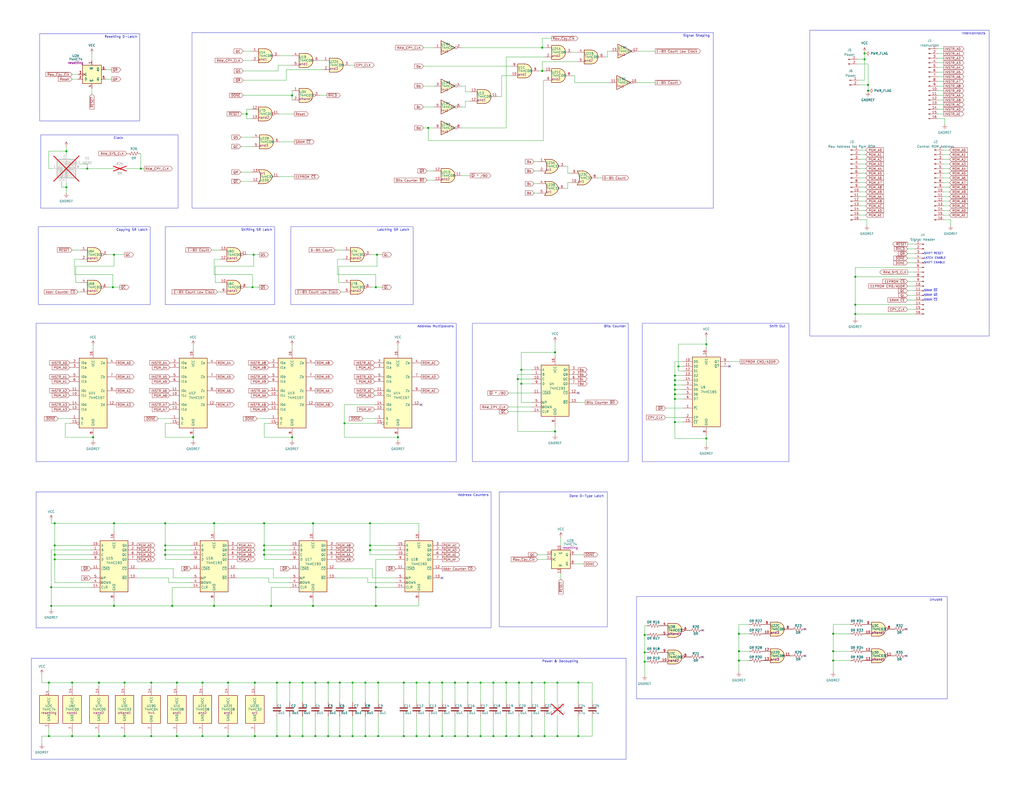
<source format=kicad_sch>
(kicad_sch (version 20230121) (generator eeschema)
  (paper "C")
  (title_block (title "Control Logic Control Module") (date "2024-02-04") (rev "1.0") (company "16-Bit Computer From Scratch") (comment 1 "Adam Clark (@eryjus)"))
  (junction (at 90.17 302.895))
  (junction (at 170.815 330.835))
  (junction (at 39.37 372.745))
  (junction (at 139.065 401.955))
  (junction (at 315.595 372.745))
  (junction (at 53.975 372.745))
  (junction (at 201.93 300.355))
  (junction (at 269.24 372.745))
  (junction (at 47.625 92.075))
  (junction (at 255.27 401.955))
  (junction (at 466.725 166.37))
  (junction (at 199.39 401.955))
  (junction (at 248.285 401.955))
  (junction (at 62.23 330.835))
  (junction (at 158.115 401.955))
  (junction (at 96.52 401.955))
  (junction (at 351.79 346.71))
  (junction (at 67.945 401.955))
  (junction (at 205.74 139.065))
  (junction (at 90.17 285.75))
  (junction (at 110.49 401.955))
  (junction (at 151.13 401.955))
  (junction (at 227.33 401.955))
  (junction (at 96.52 372.745))
  (junction (at 473.71 49.53))
  (junction (at 262.255 372.745))
  (junction (at 147.955 330.835))
  (junction (at 269.24 401.955))
  (junction (at 110.49 372.745))
  (junction (at 351.79 356.235))
  (junction (at 385.445 187.96))
  (junction (at 297.18 372.745))
  (junction (at 144.145 285.75))
  (junction (at 151.13 372.745))
  (junction (at 61.595 156.845))
  (junction (at 199.39 372.745))
  (junction (at 39.37 401.955))
  (junction (at 205.105 156.845))
  (junction (at 144.145 300.355))
  (junction (at 403.225 360.68))
  (junction (at 403.225 346.075))
  (junction (at 403.225 355.6))
  (junction (at 29.845 285.75))
  (junction (at 220.345 372.745))
  (junction (at 124.46 401.955))
  (junction (at 179.07 401.955))
  (junction (at 29.845 302.895))
  (junction (at 454.66 355.6))
  (junction (at 295.91 26.035))
  (junction (at 187.96 231.14))
  (junction (at 116.84 330.835))
  (junction (at 76.835 92.075))
  (junction (at 466.725 151.13))
  (junction (at 185.42 372.745))
  (junction (at 227.33 372.745))
  (junction (at 304.165 401.955))
  (junction (at 172.085 372.745))
  (junction (at 206.375 372.745))
  (junction (at 172.085 401.955))
  (junction (at 124.46 372.745))
  (junction (at 137.795 156.845))
  (junction (at 82.55 372.745))
  (junction (at 139.065 372.745))
  (junction (at 283.21 401.955))
  (junction (at 165.1 372.745))
  (junction (at 36.195 82.55))
  (junction (at 90.17 297.815))
  (junction (at 283.21 372.745))
  (junction (at 90.17 300.355))
  (junction (at 241.3 401.955))
  (junction (at 217.17 238.76))
  (junction (at 471.805 32.385))
  (junction (at 466.725 171.45))
  (junction (at 282.575 207.01))
  (junction (at 454.66 346.075))
  (junction (at 262.255 401.955))
  (junction (at 144.145 297.815))
  (junction (at 138.43 139.065))
  (junction (at 255.27 372.745))
  (junction (at 159.385 52.07))
  (junction (at 27.94 320.675))
  (junction (at 368.3 215.265))
  (junction (at 62.23 285.75))
  (junction (at 179.07 372.745))
  (junction (at 368.3 210.185))
  (junction (at 368.3 207.645))
  (junction (at 276.225 401.955))
  (junction (at 205.105 320.675))
  (junction (at 295.91 38.735))
  (junction (at 165.1 401.955))
  (junction (at 471.805 29.21))
  (junction (at 220.345 401.955))
  (junction (at 116.84 285.75))
  (junction (at 201.93 297.815))
  (junction (at 82.55 401.955))
  (junction (at 26.67 401.955))
  (junction (at 192.405 372.745))
  (junction (at 297.18 401.955))
  (junction (at 26.67 372.745))
  (junction (at 241.3 372.745))
  (junction (at 302.895 235.585))
  (junction (at 62.23 139.065))
  (junction (at 315.595 401.955))
  (junction (at 67.945 372.745))
  (junction (at 105.41 238.76))
  (junction (at 290.195 401.955))
  (junction (at 234.315 401.955))
  (junction (at 234.315 372.745))
  (junction (at 368.3 212.725))
  (junction (at 206.375 401.955))
  (junction (at 205.105 330.835))
  (junction (at 50.8 238.76))
  (junction (at 284.48 209.55))
  (junction (at 368.3 230.505))
  (junction (at 248.285 372.745))
  (junction (at 53.975 401.955))
  (junction (at 159.385 238.76))
  (junction (at 201.93 285.75))
  (junction (at 302.895 192.405))
  (junction (at 454.66 360.68))
  (junction (at 351.79 361.315))
  (junction (at 185.42 401.955))
  (junction (at 370.205 200.025))
  (junction (at 36.195 102.235))
  (junction (at 473.71 46.355))
  (junction (at 27.94 330.835))
  (junction (at 192.405 401.955))
  (junction (at 29.845 297.815))
  (junction (at 29.845 305.435))
  (junction (at 284.48 201.93))
  (junction (at 158.115 372.745))
  (junction (at 134.62 62.23))
  (junction (at 368.3 205.105))
  (junction (at 276.225 372.745))
  (junction (at 290.195 372.745))
  (junction (at 93.98 330.835))
  (junction (at 304.165 372.745))
  (junction (at 385.445 239.395))
  (junction (at 170.815 285.75))
  (junction (at 368.3 217.805))
  (junction (at 233.68 69.85))
  (junction (at 144.145 302.895))
  (no_connect (at 383.54 344.17))
  (no_connect (at 494.665 343.535))
  (no_connect (at 241.3 315.595))
  (no_connect (at 494.665 358.14))
  (no_connect (at 398.145 200.025))
  (no_connect (at 229.87 220.98))
  (no_connect (at 439.42 358.14))
  (no_connect (at 315.595 214.63))
  (no_connect (at 439.42 343.535))
  (no_connect (at 383.54 358.775))
  (wire (pts (xy 96.52 372.745) (xy 110.49 372.745)))
  (wire (pts (xy 351.79 341.63) (xy 351.79 346.71)))
  (wire (pts (xy 220.345 383.54) (xy 220.345 372.745)))
  (wire (pts (xy 514.985 46.99) (xy 511.81 46.99)))
  (wire (pts (xy 472.44 117.475) (xy 469.265 117.475)))
  (wire (pts (xy 116.84 149.86) (xy 116.84 141.605)))
  (wire (pts (xy 192.405 372.745) (xy 185.42 372.745)))
  (wire (pts (xy 331.47 31.115) (xy 331.47 27.94)))
  (wire (pts (xy 201.93 285.75) (xy 228.6 285.75)))
  (wire (pts (xy 284.48 209.55) (xy 284.48 219.71)))
  (wire (pts (xy 182.88 136.525) (xy 187.325 136.525)))
  (wire (pts (xy 90.17 231.14) (xy 90.17 238.76)))
  (wire (pts (xy 254 55.245) (xy 256.54 55.245)))
  (wire (pts (xy 518.16 92.075) (xy 514.985 92.075)))
  (wire (pts (xy 495.3 143.51) (xy 499.11 143.51)))
  (wire (pts (xy 467.995 34.925) (xy 473.71 34.925)))
  (wire (pts (xy 495.3 163.83) (xy 499.11 163.83)))
  (wire (pts (xy 276.225 391.16) (xy 276.225 401.955)))
  (wire (pts (xy 132.715 38.735) (xy 151.765 38.735)))
  (wire (pts (xy 403.225 360.68) (xy 408.94 360.68)))
  (wire (pts (xy 368.3 217.805) (xy 368.3 230.505)))
  (wire (pts (xy 471.805 43.815) (xy 471.805 32.385)))
  (wire (pts (xy 231.14 36.195) (xy 278.765 36.195)))
  (wire (pts (xy 132.715 27.94) (xy 137.16 27.94)))
  (wire (pts (xy 473.71 49.53) (xy 473.71 50.165)))
  (wire (pts (xy 50.8 240.665) (xy 50.8 238.76)))
  (wire (pts (xy 255.27 391.16) (xy 255.27 401.955)))
  (wire (pts (xy 290.195 372.745) (xy 290.195 383.54)))
  (wire (pts (xy 199.39 372.745) (xy 192.405 372.745)))
  (wire (pts (xy 116.84 285.75) (xy 144.145 285.75)))
  (wire (pts (xy 294.005 38.735) (xy 295.91 38.735)))
  (wire (pts (xy 469.265 120.015) (xy 473.075 120.015)))
  (wire (pts (xy 215.9 297.815) (xy 201.93 297.815)))
  (wire (pts (xy 60.96 43.18) (xy 57.785 43.18)))
  (wire (pts (xy 33.655 102.235) (xy 36.195 102.235)))
  (wire (pts (xy 372.745 217.805) (xy 368.3 217.805)))
  (wire (pts (xy 466.725 166.37) (xy 499.11 166.37)))
  (wire (pts (xy 205.105 156.845) (xy 205.105 149.86)))
  (wire (pts (xy 215.9 300.355) (xy 201.93 300.355)))
  (wire (pts (xy 276.225 372.745) (xy 276.225 383.54)))
  (wire (pts (xy 234.315 391.16) (xy 234.315 401.955)))
  (wire (pts (xy 514.985 59.69) (xy 511.81 59.69)))
  (wire (pts (xy 472.44 114.935) (xy 469.265 114.935)))
  (wire (pts (xy 152.4 62.23) (xy 160.655 62.23)))
  (wire (pts (xy 262.255 372.745) (xy 269.24 372.745)))
  (wire (pts (xy 82.55 374.65) (xy 82.55 372.745)))
  (wire (pts (xy 254 58.42) (xy 254 55.245)))
  (wire (pts (xy 159.385 188.595) (xy 159.385 190.5)))
  (wire (pts (xy 149.225 310.515) (xy 149.225 315.595)))
  (wire (pts (xy 43.815 89.535) (xy 47.625 89.535)))
  (wire (pts (xy 60.96 38.1) (xy 57.785 38.1)))
  (wire (pts (xy 36.195 82.55) (xy 36.195 84.455)))
  (wire (pts (xy 165.1 391.16) (xy 165.1 401.955)))
  (wire (pts (xy 179.07 401.955) (xy 185.42 401.955)))
  (wire (pts (xy 472.44 89.535) (xy 469.265 89.535)))
  (wire (pts (xy 283.21 391.16) (xy 283.21 401.955)))
  (wire (pts (xy 61.595 92.075) (xy 47.625 92.075)))
  (wire (pts (xy 277.495 222.25) (xy 290.195 222.25)))
  (wire (pts (xy 293.37 302.895) (xy 298.45 302.895)))
  (wire (pts (xy 74.93 315.595) (xy 92.075 315.595)))
  (wire (pts (xy 472.44 107.315) (xy 469.265 107.315)))
  (wire (pts (xy 278.765 41.275) (xy 273.685 41.275)))
  (wire (pts (xy 514.985 26.67) (xy 511.81 26.67)))
  (wire (pts (xy 165.1 372.745) (xy 172.085 372.745)))
  (wire (pts (xy 36.195 105.41) (xy 36.195 102.235)))
  (wire (pts (xy 90.17 238.76) (xy 105.41 238.76)))
  (wire (pts (xy 363.22 227.965) (xy 372.745 227.965)))
  (wire (pts (xy 104.14 320.675) (xy 93.98 320.675)))
  (wire (pts (xy 144.145 285.75) (xy 144.145 297.815)))
  (wire (pts (xy 179.07 372.745) (xy 179.07 383.54)))
  (wire (pts (xy 291.465 93.345) (xy 293.37 93.345)))
  (wire (pts (xy 178.435 52.07) (xy 174.625 52.07)))
  (wire (pts (xy 304.165 372.745) (xy 315.595 372.745)))
  (wire (pts (xy 518.16 84.455) (xy 514.985 84.455)))
  (wire (pts (xy 110.49 374.65) (xy 110.49 372.745)))
  (wire (pts (xy 146.685 315.595) (xy 146.685 318.135)))
  (wire (pts (xy 151.765 35.56) (xy 159.385 35.56)))
  (wire (pts (xy 36.195 102.235) (xy 36.195 99.695)))
  (wire (pts (xy 203.2 315.595) (xy 215.9 315.595)))
  (wire (pts (xy 159.385 49.53) (xy 159.385 52.07)))
  (wire (pts (xy 59.055 139.065) (xy 62.23 139.065)))
  (wire (pts (xy 514.985 39.37) (xy 511.81 39.37)))
  (wire (pts (xy 138.43 145.415) (xy 117.475 145.415)))
  (wire (pts (xy 117.475 154.305) (xy 120.015 154.305)))
  (wire (pts (xy 144.145 238.76) (xy 159.385 238.76)))
  (wire (pts (xy 315.595 372.745) (xy 323.215 372.745)))
  (wire (pts (xy 518.795 120.015) (xy 518.795 123.19)))
  (wire (pts (xy 276.225 31.115) (xy 276.225 69.85)))
  (wire (pts (xy 236.855 26.035) (xy 231.14 26.035)))
  (wire (pts (xy 518.16 109.855) (xy 514.985 109.855)))
  (wire (pts (xy 248.285 372.745) (xy 255.27 372.745)))
  (wire (pts (xy 201.93 302.895) (xy 201.93 300.355)))
  (wire (pts (xy 220.345 372.745) (xy 227.33 372.745)))
  (wire (pts (xy 158.115 300.355) (xy 144.145 300.355)))
  (wire (pts (xy 241.3 391.16) (xy 241.3 401.955)))
  (wire (pts (xy 295.91 20.955) (xy 295.91 26.035)))
  (wire (pts (xy 115.57 136.525) (xy 120.015 136.525)))
  (wire (pts (xy 62.23 330.835) (xy 93.98 330.835)))
  (wire (pts (xy 206.375 383.54) (xy 206.375 372.745)))
  (wire (pts (xy 368.3 205.105) (xy 368.3 207.645)))
  (wire (pts (xy 269.24 391.16) (xy 269.24 401.955)))
  (wire (pts (xy 514.985 29.21) (xy 511.81 29.21)))
  (wire (pts (xy 234.315 383.54) (xy 234.315 372.745)))
  (wire (pts (xy 50.165 29.21) (xy 50.165 33.02)))
  (wire (pts (xy 302.895 192.405) (xy 302.895 194.31)))
  (wire (pts (xy 514.985 49.53) (xy 511.81 49.53)))
  (wire (pts (xy 76.835 83.82) (xy 76.835 92.075)))
  (wire (pts (xy 309.88 90.805) (xy 308.61 90.805)))
  (wire (pts (xy 514.985 52.07) (xy 511.81 52.07)))
  (wire (pts (xy 372.745 212.725) (xy 368.3 212.725)))
  (wire (pts (xy 26.67 377.19) (xy 26.67 372.745)))
  (wire (pts (xy 139.065 374.65) (xy 139.065 372.745)))
  (wire (pts (xy 311.15 94.615) (xy 309.88 94.615)))
  (wire (pts (xy 61.595 156.845) (xy 61.595 149.86)))
  (wire (pts (xy 472.44 97.155) (xy 469.265 97.155)))
  (wire (pts (xy 518.16 117.475) (xy 514.985 117.475)))
  (wire (pts (xy 472.44 109.855) (xy 469.265 109.855)))
  (wire (pts (xy 262.255 401.955) (xy 269.24 401.955)))
  (wire (pts (xy 116.84 330.835) (xy 147.955 330.835)))
  (wire (pts (xy 454.66 346.075) (xy 454.66 355.6)))
  (wire (pts (xy 204.47 220.98) (xy 187.96 220.98)))
  (wire (pts (xy 282.575 204.47) (xy 282.575 207.01)))
  (wire (pts (xy 284.48 201.93) (xy 284.48 209.55)))
  (wire (pts (xy 124.46 372.745) (xy 139.065 372.745)))
  (wire (pts (xy 92.075 318.135) (xy 104.14 318.135)))
  (wire (pts (xy 295.91 38.735) (xy 297.18 38.735)))
  (wire (pts (xy 306.07 293.37) (xy 306.07 297.815)))
  (wire (pts (xy 357.505 45.085) (xy 347.98 45.085)))
  (wire (pts (xy 192.405 401.955) (xy 199.39 401.955)))
  (wire (pts (xy 53.975 374.65) (xy 53.975 372.745)))
  (wire (pts (xy 227.33 372.745) (xy 227.33 383.54)))
  (wire (pts (xy 124.46 401.955) (xy 139.065 401.955)))
  (wire (pts (xy 22.86 368.3) (xy 22.86 372.745)))
  (wire (pts (xy 144.145 285.75) (xy 170.815 285.75)))
  (wire (pts (xy 96.52 401.955) (xy 110.49 401.955)))
  (wire (pts (xy 368.3 230.505) (xy 372.745 230.505)))
  (wire (pts (xy 170.815 285.75) (xy 201.93 285.75)))
  (wire (pts (xy 144.145 302.895) (xy 144.145 305.435)))
  (wire (pts (xy 351.79 361.315) (xy 351.79 368.935)))
  (wire (pts (xy 202.565 156.845) (xy 205.105 156.845)))
  (wire (pts (xy 199.39 372.745) (xy 206.375 372.745)))
  (wire (pts (xy 206.375 372.745) (xy 220.345 372.745)))
  (wire (pts (xy 26.67 397.51) (xy 26.67 401.955)))
  (wire (pts (xy 172.085 401.955) (xy 179.07 401.955)))
  (wire (pts (xy 312.42 28.575) (xy 314.96 28.575)))
  (wire (pts (xy 466.725 146.05) (xy 466.725 151.13)))
  (wire (pts (xy 370.205 202.565) (xy 370.205 200.025)))
  (wire (pts (xy 39.37 372.745) (xy 53.975 372.745)))
  (wire (pts (xy 518.16 99.695) (xy 514.985 99.695)))
  (wire (pts (xy 38.1 231.14) (xy 35.56 231.14)))
  (wire (pts (xy 269.24 401.955) (xy 276.225 401.955)))
  (wire (pts (xy 318.77 302.895) (xy 313.69 302.895)))
  (wire (pts (xy 199.39 391.16) (xy 199.39 401.955)))
  (wire (pts (xy 368.3 215.265) (xy 372.745 215.265)))
  (wire (pts (xy 372.745 210.185) (xy 368.3 210.185)))
  (wire (pts (xy 62.23 145.415) (xy 41.275 145.415)))
  (wire (pts (xy 385.445 187.96) (xy 385.445 189.865)))
  (wire (pts (xy 328.93 97.155) (xy 326.39 97.155)))
  (wire (pts (xy 295.91 26.035) (xy 297.18 26.035)))
  (wire (pts (xy 147.955 330.835) (xy 170.815 330.835)))
  (wire (pts (xy 302.895 235.585) (xy 302.895 237.49)))
  (wire (pts (xy 514.985 34.29) (xy 511.81 34.29)))
  (wire (pts (xy 179.07 391.16) (xy 179.07 401.955)))
  (wire (pts (xy 499.11 168.91) (xy 495.3 168.91)))
  (wire (pts (xy 228.6 330.835) (xy 228.6 328.295)))
  (wire (pts (xy 53.975 372.745) (xy 67.945 372.745)))
  (wire (pts (xy 90.17 297.815) (xy 90.17 300.355)))
  (wire (pts (xy 135.255 156.845) (xy 137.795 156.845)))
  (wire (pts (xy 137.795 156.845) (xy 141.605 156.845)))
  (wire (pts (xy 518.16 81.915) (xy 514.985 81.915)))
  (wire (pts (xy 146.685 318.135) (xy 158.115 318.135)))
  (wire (pts (xy 368.3 197.485) (xy 368.3 205.105)))
  (wire (pts (xy 473.71 34.925) (xy 473.71 46.355)))
  (wire (pts (xy 62.23 139.065) (xy 67.945 139.065)))
  (wire (pts (xy 518.16 102.235) (xy 514.985 102.235)))
  (wire (pts (xy 290.195 204.47) (xy 282.575 204.47)))
  (wire (pts (xy 499.11 161.29) (xy 495.3 161.29)))
  (wire (pts (xy 49.53 305.435) (xy 29.845 305.435)))
  (wire (pts (xy 49.53 300.355) (xy 27.94 300.355)))
  (wire (pts (xy 94.615 315.595) (xy 104.14 315.595)))
  (wire (pts (xy 403.225 360.68) (xy 403.225 367.03)))
  (wire (pts (xy 283.21 372.745) (xy 290.195 372.745)))
  (wire (pts (xy 269.24 372.745) (xy 276.225 372.745)))
  (wire (pts (xy 29.845 285.75) (xy 62.23 285.75)))
  (wire (pts (xy 300.99 20.955) (xy 295.91 20.955)))
  (wire (pts (xy 110.49 400.05) (xy 110.49 401.955)))
  (wire (pts (xy 67.945 401.955) (xy 82.55 401.955)))
  (wire (pts (xy 186.055 159.385) (xy 187.325 159.385)))
  (wire (pts (xy 117.475 145.415) (xy 117.475 154.305)))
  (wire (pts (xy 165.1 372.745) (xy 158.115 372.745)))
  (wire (pts (xy 372.745 202.565) (xy 370.205 202.565)))
  (wire (pts (xy 518.16 114.935) (xy 514.985 114.935)))
  (wire (pts (xy 236.855 58.42) (xy 231.14 58.42)))
  (wire (pts (xy 67.945 372.745) (xy 82.55 372.745)))
  (wire (pts (xy 306.07 316.23) (xy 306.07 313.055)))
  (wire (pts (xy 198.12 228.6) (xy 204.47 228.6)))
  (wire (pts (xy 90.17 305.435) (xy 90.17 302.895)))
  (wire (pts (xy 159.385 54.61) (xy 159.385 52.07)))
  (wire (pts (xy 297.18 372.745) (xy 304.165 372.745)))
  (wire (pts (xy 255.27 383.54) (xy 255.27 372.745)))
  (wire (pts (xy 291.465 88.265) (xy 293.37 88.265)))
  (wire (pts (xy 296.545 43.815) (xy 296.545 76.835)))
  (wire (pts (xy 398.145 197.485) (xy 403.86 197.485)))
  (wire (pts (xy 158.115 391.16) (xy 158.115 401.955)))
  (wire (pts (xy 472.44 94.615) (xy 469.265 94.615)))
  (wire (pts (xy 514.985 36.83) (xy 511.81 36.83)))
  (wire (pts (xy 227.33 372.745) (xy 234.315 372.745)))
  (wire (pts (xy 199.39 372.745) (xy 199.39 383.54)))
  (wire (pts (xy 515.62 64.77) (xy 515.62 67.945)))
  (wire (pts (xy 472.44 81.915) (xy 469.265 81.915)))
  (wire (pts (xy 144.145 302.895) (xy 158.115 302.895)))
  (wire (pts (xy 215.9 305.435) (xy 205.105 305.435)))
  (wire (pts (xy 518.16 97.155) (xy 514.985 97.155)))
  (wire (pts (xy 90.17 302.895) (xy 90.17 300.355)))
  (wire (pts (xy 26.67 82.55) (xy 36.195 82.55)))
  (wire (pts (xy 220.345 401.955) (xy 227.33 401.955)))
  (wire (pts (xy 236.855 46.99) (xy 231.14 46.99)))
  (wire (pts (xy 39.37 136.525) (xy 43.815 136.525)))
  (wire (pts (xy 205.74 145.415) (xy 184.785 145.415)))
  (wire (pts (xy 158.115 320.675) (xy 147.955 320.675)))
  (wire (pts (xy 283.21 372.745) (xy 283.21 383.54)))
  (wire (pts (xy 309.88 102.87) (xy 309.88 99.695)))
  (wire (pts (xy 304.165 372.745) (xy 304.165 383.54)))
  (wire (pts (xy 104.14 300.355) (xy 90.17 300.355)))
  (wire (pts (xy 134.62 64.77) (xy 134.62 62.23)))
  (wire (pts (xy 283.21 401.955) (xy 290.195 401.955)))
  (wire (pts (xy 49.53 320.675) (xy 27.94 320.675)))
  (wire (pts (xy 76.835 92.075) (xy 69.215 92.075)))
  (wire (pts (xy 323.215 391.16) (xy 323.215 401.955)))
  (wire (pts (xy 53.975 401.955) (xy 67.945 401.955)))
  (wire (pts (xy 118.745 159.385) (xy 120.015 159.385)))
  (wire (pts (xy 351.79 356.235) (xy 353.06 356.235)))
  (wire (pts (xy 385.445 243.205) (xy 385.445 239.395)))
  (wire (pts (xy 290.195 219.71) (xy 284.48 219.71)))
  (wire (pts (xy 466.725 151.13) (xy 466.725 166.37)))
  (wire (pts (xy 472.44 112.395) (xy 469.265 112.395)))
  (wire (pts (xy 33.655 99.695) (xy 33.655 102.235)))
  (wire (pts (xy 368.3 239.395) (xy 385.445 239.395)))
  (wire (pts (xy 499.11 158.75) (xy 495.3 158.75)))
  (wire (pts (xy 158.115 372.745) (xy 158.115 383.54)))
  (wire (pts (xy 135.255 139.065) (xy 138.43 139.065)))
  (wire (pts (xy 217.17 188.595) (xy 217.17 190.5)))
  (wire (pts (xy 368.3 210.185) (xy 368.3 212.725)))
  (wire (pts (xy 96.52 374.65) (xy 96.52 372.745)))
  (wire (pts (xy 29.845 297.815) (xy 49.53 297.815)))
  (wire (pts (xy 403.225 340.995) (xy 403.225 346.075)))
  (wire (pts (xy 90.17 285.75) (xy 90.17 297.815)))
  (wire (pts (xy 372.745 197.485) (xy 368.3 197.485)))
  (wire (pts (xy 42.545 159.385) (xy 43.815 159.385)))
  (wire (pts (xy 187.96 231.14) (xy 187.96 238.76)))
  (wire (pts (xy 39.37 43.18) (xy 42.545 43.18)))
  (wire (pts (xy 304.165 401.955) (xy 315.595 401.955)))
  (wire (pts (xy 370.205 200.025) (xy 370.205 187.96)))
  (wire (pts (xy 514.985 44.45) (xy 511.81 44.45)))
  (wire (pts (xy 231.14 69.85) (xy 233.68 69.85)))
  (wire (pts (xy 370.205 187.96) (xy 385.445 187.96)))
  (wire (pts (xy 296.545 43.815) (xy 297.18 43.815)))
  (wire (pts (xy 192.405 372.745) (xy 192.405 383.54)))
  (wire (pts (xy 93.98 320.675) (xy 93.98 330.835)))
  (wire (pts (xy 96.52 400.05) (xy 96.52 401.955)))
  (wire (pts (xy 495.3 135.89) (xy 499.11 135.89)))
  (wire (pts (xy 62.23 139.065) (xy 62.23 145.415)))
  (wire (pts (xy 351.79 346.71) (xy 353.06 346.71)))
  (wire (pts (xy 41.275 154.305) (xy 43.815 154.305)))
  (wire (pts (xy 297.18 372.745) (xy 297.18 383.54)))
  (wire (pts (xy 187.96 220.98) (xy 187.96 231.14)))
  (wire (pts (xy 495.3 148.59) (xy 499.11 148.59)))
  (wire (pts (xy 132.08 62.23) (xy 134.62 62.23)))
  (wire (pts (xy 284.48 192.405) (xy 284.48 201.93)))
  (wire (pts (xy 368.3 207.645) (xy 368.3 210.185)))
  (wire (pts (xy 139.065 401.955) (xy 151.13 401.955)))
  (wire (pts (xy 351.79 341.63) (xy 353.06 341.63)))
  (wire (pts (xy 187.96 231.14) (xy 204.47 231.14)))
  (wire (pts (xy 290.195 209.55) (xy 284.48 209.55)))
  (wire (pts (xy 172.085 391.16) (xy 172.085 401.955)))
  (wire (pts (xy 134.62 59.69) (xy 137.16 59.69)))
  (wire (pts (xy 131.445 80.01) (xy 137.795 80.01)))
  (wire (pts (xy 156.21 38.1) (xy 175.895 38.1)))
  (wire (pts (xy 22.86 406.4) (xy 22.86 401.955)))
  (wire (pts (xy 295.91 33.655) (xy 314.96 33.655)))
  (wire (pts (xy 27.94 332.74) (xy 27.94 330.835)))
  (wire (pts (xy 27.94 285.75) (xy 29.845 285.75)))
  (wire (pts (xy 74.93 310.515) (xy 94.615 310.515)))
  (wire (pts (xy 315.595 391.16) (xy 315.595 401.955)))
  (wire (pts (xy 172.085 372.745) (xy 179.07 372.745)))
  (wire (pts (xy 170.815 330.835) (xy 205.105 330.835)))
  (wire (pts (xy 331.47 27.94) (xy 333.375 27.94)))
  (wire (pts (xy 205.105 320.675) (xy 215.9 320.675)))
  (wire (pts (xy 472.44 104.775) (xy 469.265 104.775)))
  (wire (pts (xy 27.94 330.835) (xy 62.23 330.835)))
  (wire (pts (xy 252.095 26.035) (xy 295.91 26.035)))
  (wire (pts (xy 297.18 401.955) (xy 304.165 401.955)))
  (wire (pts (xy 473.71 46.355) (xy 473.71 49.53)))
  (wire (pts (xy 104.14 297.815) (xy 90.17 297.815)))
  (wire (pts (xy 93.98 330.835) (xy 116.84 330.835)))
  (wire (pts (xy 151.765 38.735) (xy 151.765 35.56)))
  (wire (pts (xy 248.285 383.54) (xy 248.285 372.745)))
  (wire (pts (xy 131.445 74.93) (xy 137.795 74.93)))
  (wire (pts (xy 27.94 320.675) (xy 27.94 330.835)))
  (wire (pts (xy 185.42 391.16) (xy 185.42 401.955)))
  (wire (pts (xy 227.33 401.955) (xy 234.315 401.955)))
  (wire (pts (xy 241.3 372.745) (xy 248.285 372.745)))
  (wire (pts (xy 277.495 224.79) (xy 290.195 224.79)))
  (wire (pts (xy 132.715 33.02) (xy 137.16 33.02)))
  (wire (pts (xy 252.095 46.99) (xy 254 46.99)))
  (wire (pts (xy 183.515 315.595) (xy 200.66 315.595)))
  (wire (pts (xy 269.24 372.745) (xy 269.24 383.54)))
  (wire (pts (xy 312.42 41.275) (xy 313.69 41.275)))
  (wire (pts (xy 368.3 207.645) (xy 372.745 207.645)))
  (wire (pts (xy 50.165 51.435) (xy 50.165 48.26)))
  (wire (pts (xy 466.725 146.05) (xy 499.11 146.05)))
  (wire (pts (xy 203.2 310.515) (xy 203.2 315.595)))
  (wire (pts (xy 202.565 139.065) (xy 205.74 139.065)))
  (wire (pts (xy 35.56 238.76) (xy 50.8 238.76)))
  (wire (pts (xy 134.62 62.23) (xy 134.62 59.69)))
  (wire (pts (xy 293.37 305.435) (xy 298.45 305.435)))
  (wire (pts (xy 22.86 401.955) (xy 26.67 401.955)))
  (wire (pts (xy 29.845 302.895) (xy 29.845 305.435)))
  (wire (pts (xy 205.105 305.435) (xy 205.105 320.675)))
  (wire (pts (xy 144.145 231.14) (xy 144.145 238.76)))
  (wire (pts (xy 170.815 328.295) (xy 170.815 330.835)))
  (wire (pts (xy 160.655 96.52) (xy 152.4 96.52)))
  (wire (pts (xy 518.16 104.775) (xy 514.985 104.775)))
  (wire (pts (xy 511.81 64.77) (xy 515.62 64.77)))
  (wire (pts (xy 134.62 64.77) (xy 137.16 64.77)))
  (wire (pts (xy 27.94 283.845) (xy 27.94 285.75)))
  (wire (pts (xy 408.94 340.995) (xy 403.225 340.995)))
  (wire (pts (xy 29.845 305.435) (xy 29.845 318.135)))
  (wire (pts (xy 191.135 35.56) (xy 193.675 35.56)))
  (wire (pts (xy 351.79 346.71) (xy 351.79 356.235)))
  (wire (pts (xy 131.445 99.06) (xy 137.16 99.06)))
  (wire (pts (xy 185.42 372.745) (xy 185.42 383.54)))
  (wire (pts (xy 159.385 240.665) (xy 159.385 238.76)))
  (wire (pts (xy 471.805 32.385) (xy 471.805 29.21)))
  (wire (pts (xy 28.575 92.075) (xy 26.67 92.075)))
  (wire (pts (xy 514.985 41.91) (xy 511.81 41.91)))
  (wire (pts (xy 153.035 77.47) (xy 160.655 77.47)))
  (wire (pts (xy 454.66 355.6) (xy 464.185 355.6)))
  (wire (pts (xy 368.3 230.505) (xy 368.3 239.395)))
  (wire (pts (xy 139.065 372.745) (xy 151.13 372.745)))
  (wire (pts (xy 201.93 302.895) (xy 215.9 302.895)))
  (wire (pts (xy 138.43 139.065) (xy 138.43 145.415)))
  (wire (pts (xy 290.195 207.01) (xy 282.575 207.01)))
  (wire (pts (xy 254 46.99) (xy 254 50.165)))
  (wire (pts (xy 351.79 361.315) (xy 353.06 361.315)))
  (wire (pts (xy 116.84 328.295) (xy 116.84 330.835)))
  (wire (pts (xy 368.3 215.265) (xy 368.3 217.805)))
  (wire (pts (xy 241.3 401.955) (xy 248.285 401.955)))
  (wire (pts (xy 331.47 31.115) (xy 330.2 31.115)))
  (wire (pts (xy 67.945 372.745) (xy 67.945 374.65)))
  (wire (pts (xy 26.67 401.955) (xy 39.37 401.955)))
  (wire (pts (xy 158.115 305.435) (xy 144.145 305.435)))
  (wire (pts (xy 454.66 355.6) (xy 454.66 360.68)))
  (wire (pts (xy 309.88 99.695) (xy 311.15 99.695)))
  (wire (pts (xy 82.55 401.955) (xy 96.52 401.955)))
  (wire (pts (xy 248.285 401.955) (xy 255.27 401.955)))
  (wire (pts (xy 304.165 391.16) (xy 304.165 401.955)))
  (wire (pts (xy 105.41 240.665) (xy 105.41 238.76)))
  (wire (pts (xy 205.105 320.675) (xy 205.105 330.835)))
  (wire (pts (xy 233.68 76.835) (xy 233.68 69.85)))
  (wire (pts (xy 514.985 120.015) (xy 518.795 120.015)))
  (wire (pts (xy 273.685 52.705) (xy 271.78 52.705)))
  (wire (pts (xy 466.725 171.45) (xy 466.725 173.99)))
  (wire (pts (xy 315.595 401.955) (xy 323.215 401.955)))
  (wire (pts (xy 252.095 58.42) (xy 254 58.42)))
  (wire (pts (xy 403.225 346.075) (xy 403.225 355.6)))
  (wire (pts (xy 137.795 149.86) (xy 116.84 149.86)))
  (wire (pts (xy 284.48 201.93) (xy 290.195 201.93)))
  (wire (pts (xy 138.43 139.065) (xy 141.605 139.065)))
  (wire (pts (xy 514.985 31.75) (xy 511.81 31.75)))
  (wire (pts (xy 35.56 231.14) (xy 35.56 238.76)))
  (wire (pts (xy 165.1 401.955) (xy 172.085 401.955)))
  (wire (pts (xy 296.545 76.835) (xy 233.68 76.835)))
  (wire (pts (xy 124.46 374.65) (xy 124.46 372.745)))
  (wire (pts (xy 39.37 401.955) (xy 53.975 401.955)))
  (wire (pts (xy 295.91 33.655) (xy 295.91 38.735)))
  (wire (pts (xy 39.37 400.05) (xy 39.37 401.955)))
  (wire (pts (xy 454.66 340.995) (xy 454.66 346.075)))
  (wire (pts (xy 205.105 156.845) (xy 208.915 156.845)))
  (wire (pts (xy 146.685 231.14) (xy 144.145 231.14)))
  (wire (pts (xy 255.27 401.955) (xy 262.255 401.955)))
  (wire (pts (xy 205.74 139.065) (xy 208.915 139.065)))
  (wire (pts (xy 220.345 391.16) (xy 220.345 401.955)))
  (wire (pts (xy 139.065 400.05) (xy 139.065 401.955)))
  (wire (pts (xy 403.225 346.075) (xy 408.94 346.075)))
  (wire (pts (xy 200.66 315.595) (xy 200.66 318.135)))
  (wire (pts (xy 255.27 372.745) (xy 262.255 372.745)))
  (wire (pts (xy 228.6 285.75) (xy 228.6 290.195)))
  (wire (pts (xy 472.44 86.995) (xy 469.265 86.995)))
  (wire (pts (xy 110.49 372.745) (xy 124.46 372.745)))
  (wire (pts (xy 165.1 372.745) (xy 165.1 383.54)))
  (wire (pts (xy 184.785 154.305) (xy 187.325 154.305)))
  (wire (pts (xy 201.93 297.815) (xy 201.93 285.75)))
  (wire (pts (xy 104.14 305.435) (xy 90.17 305.435)))
  (wire (pts (xy 183.515 310.515) (xy 203.2 310.515)))
  (wire (pts (xy 59.055 156.845) (xy 61.595 156.845)))
  (wire (pts (xy 53.975 400.05) (xy 53.975 401.955)))
  (wire (pts (xy 156.21 43.815) (xy 156.21 38.1)))
  (wire (pts (xy 129.54 315.595) (xy 146.685 315.595)))
  (wire (pts (xy 26.67 372.745) (xy 39.37 372.745)))
  (wire (pts (xy 357.505 27.94) (xy 348.615 27.94)))
  (wire (pts (xy 234.315 401.955) (xy 241.3 401.955)))
  (wire (pts (xy 205.74 139.065) (xy 205.74 145.415)))
  (wire (pts (xy 233.045 98.425) (xy 236.855 98.425)))
  (wire (pts (xy 518.16 112.395) (xy 514.985 112.395)))
  (wire (pts (xy 40.64 149.86) (xy 40.64 141.605)))
  (wire (pts (xy 94.615 310.515) (xy 94.615 315.595)))
  (wire (pts (xy 29.845 285.75) (xy 29.845 297.815)))
  (wire (pts (xy 184.15 149.86) (xy 184.15 141.605)))
  (wire (pts (xy 277.495 214.63) (xy 290.195 214.63)))
  (wire (pts (xy 315.595 383.54) (xy 315.595 372.745)))
  (wire (pts (xy 49.53 318.135) (xy 29.845 318.135)))
  (wire (pts (xy 472.44 84.455) (xy 469.265 84.455)))
  (wire (pts (xy 302.895 186.69) (xy 302.895 192.405)))
  (wire (pts (xy 495.3 140.97) (xy 499.11 140.97)))
  (wire (pts (xy 47.625 89.535) (xy 47.625 92.075)))
  (wire (pts (xy 22.86 372.745) (xy 26.67 372.745)))
  (wire (pts (xy 144.145 300.355) (xy 144.145 302.895)))
  (wire (pts (xy 151.13 401.955) (xy 158.115 401.955)))
  (wire (pts (xy 158.115 372.745) (xy 151.13 372.745)))
  (wire (pts (xy 206.375 391.16) (xy 206.375 401.955)))
  (wire (pts (xy 313.69 45.085) (xy 313.69 41.275)))
  (wire (pts (xy 47.625 92.075) (xy 43.815 92.075)))
  (wire (pts (xy 62.23 285.75) (xy 90.17 285.75)))
  (wire (pts (xy 39.37 40.64) (xy 42.545 40.64)))
  (wire (pts (xy 184.15 141.605) (xy 187.325 141.605)))
  (wire (pts (xy 403.225 355.6) (xy 408.94 355.6)))
  (wire (pts (xy 192.405 391.16) (xy 192.405 401.955)))
  (wire (pts (xy 90.17 302.895) (xy 104.14 302.895)))
  (wire (pts (xy 116.84 285.75) (xy 116.84 290.195)))
  (wire (pts (xy 82.55 372.745) (xy 96.52 372.745)))
  (wire (pts (xy 302.895 232.41) (xy 302.895 235.585)))
  (wire (pts (xy 472.44 102.235) (xy 469.265 102.235)))
  (wire (pts (xy 466.725 171.45) (xy 499.11 171.45)))
  (wire (pts (xy 273.685 41.275) (xy 273.685 52.705)))
  (wire (pts (xy 175.895 33.02) (xy 174.625 33.02)))
  (wire (pts (xy 290.195 401.955) (xy 297.18 401.955)))
  (wire (pts (xy 323.215 383.54) (xy 323.215 372.745)))
  (wire (pts (xy 468.63 43.815) (xy 471.805 43.815)))
  (wire (pts (xy 62.23 328.295) (xy 62.23 330.835)))
  (wire (pts (xy 233.68 69.85) (xy 236.855 69.85)))
  (wire (pts (xy 151.13 391.16) (xy 151.13 401.955)))
  (wire (pts (xy 254 50.165) (xy 256.54 50.165)))
  (wire (pts (xy 131.445 93.98) (xy 137.16 93.98)))
  (wire (pts (xy 276.225 372.745) (xy 283.21 372.745)))
  (wire (pts (xy 514.985 54.61) (xy 511.81 54.61)))
  (wire (pts (xy 26.67 92.075) (xy 26.67 82.55)))
  (wire (pts (xy 185.42 401.955) (xy 192.405 401.955)))
  (wire (pts (xy 248.285 391.16) (xy 248.285 401.955)))
  (wire (pts (xy 205.105 330.835) (xy 228.6 330.835)))
  (wire (pts (xy 199.39 401.955) (xy 206.375 401.955)))
  (wire (pts (xy 454.66 346.075) (xy 464.185 346.075)))
  (wire (pts (xy 319.405 219.71) (xy 315.595 219.71)))
  (wire (pts (xy 78.74 92.075) (xy 76.835 92.075)))
  (wire (pts (xy 201.93 300.355) (xy 201.93 297.815)))
  (wire (pts (xy 27.94 300.355) (xy 27.94 320.675)))
  (wire (pts (xy 466.725 166.37) (xy 466.725 171.45)))
  (wire (pts (xy 137.795 156.845) (xy 137.795 149.86)))
  (wire (pts (xy 472.44 92.075) (xy 469.265 92.075)))
  (wire (pts (xy 291.465 105.41) (xy 293.37 105.41)))
  (wire (pts (xy 144.145 297.815) (xy 144.145 300.355)))
  (wire (pts (xy 159.385 30.48) (xy 152.4 30.48)))
  (wire (pts (xy 149.225 315.595) (xy 158.115 315.595)))
  (wire (pts (xy 36.195 80.01) (xy 36.195 82.55)))
  (wire (pts (xy 90.17 285.75) (xy 116.84 285.75)))
  (wire (pts (xy 372.745 200.025) (xy 370.205 200.025)))
  (wire (pts (xy 179.07 372.745) (xy 185.42 372.745)))
  (wire (pts (xy 86.36 228.6) (xy 92.71 228.6)))
  (wire (pts (xy 49.53 302.895) (xy 29.845 302.895)))
  (wire (pts (xy 116.84 141.605) (xy 120.015 141.605)))
  (wire (pts (xy 514.985 62.23) (xy 511.81 62.23)))
  (wire (pts (xy 105.41 188.595) (xy 105.41 190.5)))
  (wire (pts (xy 256.54 95.885) (xy 252.095 95.885)))
  (wire (pts (xy 499.11 156.21) (xy 495.3 156.21)))
  (wire (pts (xy 241.3 372.745) (xy 241.3 383.54)))
  (wire (pts (xy 372.745 205.105) (xy 368.3 205.105)))
  (wire (pts (xy 403.225 355.6) (xy 403.225 360.68)))
  (wire (pts (xy 29.845 297.815) (xy 29.845 302.895)))
  (wire (pts (xy 290.195 372.745) (xy 297.18 372.745)))
  (wire (pts (xy 140.335 228.6) (xy 146.685 228.6)))
  (wire (pts (xy 147.955 320.675) (xy 147.955 330.835)))
  (wire (pts (xy 110.49 401.955) (xy 124.46 401.955)))
  (wire (pts (xy 471.805 29.21) (xy 471.805 28.575)))
  (wire (pts (xy 200.66 318.135) (xy 215.9 318.135)))
  (wire (pts (xy 206.375 401.955) (xy 220.345 401.955)))
  (wire (pts (xy 466.725 151.13) (xy 499.11 151.13)))
  (wire (pts (xy 297.18 391.16) (xy 297.18 401.955)))
  (wire (pts (xy 276.225 31.115) (xy 297.18 31.115)))
  (wire (pts (xy 518.16 89.535) (xy 514.985 89.535)))
  (wire (pts (xy 518.16 107.315) (xy 514.985 107.315)))
  (wire (pts (xy 308.61 102.87) (xy 309.88 102.87)))
  (wire (pts (xy 473.075 120.015) (xy 473.075 123.19)))
  (wire (pts (xy 31.75 228.6) (xy 38.1 228.6)))
  (wire (pts (xy 472.44 99.695) (xy 469.265 99.695)))
  (wire (pts (xy 184.785 145.415) (xy 184.785 154.305)))
  (wire (pts (xy 385.445 184.15) (xy 385.445 187.96)))
  (wire (pts (xy 252.095 69.85) (xy 276.225 69.85)))
  (wire (pts (xy 262.255 372.745) (xy 262.255 383.54)))
  (wire (pts (xy 61.595 156.845) (xy 65.405 156.845)))
  (wire (pts (xy 495.3 133.35) (xy 499.11 133.35)))
  (wire (pts (xy 158.115 297.815) (xy 144.145 297.815)))
  (wire (pts (xy 234.315 372.745) (xy 241.3 372.745)))
  (wire (pts (xy 39.37 372.745) (xy 39.37 374.65)))
  (wire (pts (xy 170.815 285.75) (xy 170.815 290.195)))
  (wire (pts (xy 351.79 356.235) (xy 351.79 361.315)))
  (wire (pts (xy 282.575 207.01) (xy 282.575 235.585)))
  (wire (pts (xy 318.77 307.975) (xy 313.69 307.975)))
  (wire (pts (xy 309.88 94.615) (xy 309.88 90.805)))
  (wire (pts (xy 467.995 32.385) (xy 471.805 32.385)))
  (wire (pts (xy 233.045 93.345) (xy 236.855 93.345)))
  (wire (pts (xy 499.11 153.67) (xy 495.3 153.67)))
  (wire (pts (xy 227.33 391.16) (xy 227.33 401.955)))
  (wire (pts (xy 41.275 145.415) (xy 41.275 154.305)))
  (wire (pts (xy 291.465 100.33) (xy 293.37 100.33)))
  (wire (pts (xy 82.55 400.05) (xy 82.55 401.955)))
  (wire (pts (xy 124.46 400.05) (xy 124.46 401.955)))
  (wire (pts (xy 332.74 45.085) (xy 313.69 45.085)))
  (wire (pts (xy 282.575 235.585) (xy 302.895 235.585)))
  (wire (pts (xy 92.075 315.595) (xy 92.075 318.135)))
  (wire (pts (xy 158.115 401.955) (xy 165.1 401.955)))
  (wire (pts (xy 385.445 239.395) (xy 385.445 238.125)))
  (wire (pts (xy 172.085 383.54) (xy 172.085 372.745)))
  (wire (pts (xy 62.23 285.75) (xy 62.23 290.195)))
  (wire (pts (xy 518.16 86.995) (xy 514.985 86.995)))
  (wire (pts (xy 368.3 212.725) (xy 368.3 215.265)))
  (wire (pts (xy 262.255 391.16) (xy 262.255 401.955)))
  (wire (pts (xy 468.63 46.355) (xy 473.71 46.355)))
  (wire (pts (xy 454.66 360.68) (xy 464.185 360.68)))
  (wire (pts (xy 151.13 372.745) (xy 151.13 383.54)))
  (wire (pts (xy 92.71 231.14) (xy 90.17 231.14)))
  (wire (pts (xy 464.185 340.995) (xy 454.66 340.995)))
  (wire (pts (xy 495.3 138.43) (xy 499.11 138.43)))
  (wire (pts (xy 50.8 188.595) (xy 50.8 190.5)))
  (wire (pts (xy 363.22 222.885) (xy 372.745 222.885)))
  (wire (pts (xy 217.17 240.665) (xy 217.17 238.76)))
  (wire (pts (xy 518.16 94.615) (xy 514.985 94.615)))
  (wire (pts (xy 40.64 141.605) (xy 43.815 141.605)))
  (wire (pts (xy 61.595 149.86) (xy 40.64 149.86)))
  (wire (pts (xy 290.195 391.16) (xy 290.195 401.955)))
  (wire (pts (xy 276.225 401.955) (xy 283.21 401.955)))
  (wire (pts (xy 129.54 310.515) (xy 149.225 310.515)))
  (wire (pts (xy 205.105 149.86) (xy 184.15 149.86)))
  (wire (pts (xy 67.945 400.05) (xy 67.945 401.955)))
  (wire (pts (xy 514.985 57.15) (xy 511.81 57.15)))
  (wire (pts (xy 187.96 238.76) (xy 217.17 238.76)))
  (wire (pts (xy 454.66 360.68) (xy 454.66 367.03)))
  (wire (pts (xy 284.48 192.405) (xy 302.895 192.405)))
  (wire (pts (xy 132.715 43.815) (xy 156.21 43.815)))
  (wire (pts (xy 132.715 52.07) (xy 159.385 52.07)))
  (rectangle (start 347.345 325.755) (end 516.89 381.635))
  (rectangle (start 158.75 123.825) (end 225.425 166.37))
  (rectangle (start 19.685 268.605) (end 267.97 342.9))
  (rectangle (start 21.59 18.415) (end 76.2 66.04))
  (rectangle (start 90.17 123.825) (end 149.86 166.37))
  (rectangle (start 257.81 176.53) (end 342.9 252.095))
  (rectangle (start 272.415 268.605) (end 331.47 342.265))
  (rectangle (start 20.955 123.825) (end 81.915 166.37))
  (rectangle (start 104.775 17.78) (end 389.255 113.665))
  (rectangle (start 19.685 176.53) (end 248.92 252.095))
  (rectangle (start 441.96 16.51) (end 539.75 183.515))
  (rectangle (start 350.52 176.53) (end 430.53 252.095))
  (rectangle (start 22.225 73.66) (end 97.155 113.665))
  (rectangle (start 17.145 359.41) (end 341.63 414.655))
  (text "SHIFT RESET" (at 504.19 139.065 0) (effects (font (size 1.1 1.1)) (justify left bottom)))
  (text "Shift Out" (at 428.625 179.07 0) (effects (font (size 1.27 1.27)) (justify right bottom)))
  (text "Shifting SR Latch" (at 148.59 126.365 0) (effects (font (size 1.27 1.27)) (justify right bottom)))
  (text "Resetting D-Latch" (at 74.93 20.955 0) (effects (font (size 1.27 1.27)) (justify right bottom)))
  (text "LATCH ENABLE" (at 504.19 141.605 0) (effects (font (size 1.1 1.1)) (justify left bottom)))
  (text "Clock" (at 67.31 76.2 0) (effects (font (size 1.27 1.27)) (justify right bottom)))
  (text "SRAM ~{CE}" (at 504.19 164.465 0) (effects (font (size 1.1 1.1)) (justify left bottom)))
  (text "SRAM ~{WE}" (at 504.19 161.925 0) (effects (font (size 1.1 1.1)) (justify left bottom)))
  (text "Bits Counter" (at 341.63 179.07 0) (effects (font (size 1.27 1.27)) (justify right bottom)))
  (text "Unused" (at 514.35 328.295 0) (effects (font (size 1.27 1.27)) (justify right bottom)))
  (text "Power & Decoupling" (at 315.595 361.95 0) (effects (font (size 1.27 1.27)) (justify right bottom)))
  (text "Copying SR Latch" (at 80.645 126.365 0) (effects (font (size 1.27 1.27)) (justify right bottom)))
  (text "SRAM ~{OE}" (at 504.19 159.385 0) (effects (font (size 1.1 1.1)) (justify left bottom)))
  (text "Address Multiplexers" (at 247.65 179.07 0) (effects (font (size 1.27 1.27)) (justify right bottom)))
  (text "Done D-Type Latch" (at 329.565 271.78 0) (effects (font (size 1.27 1.27)) (justify right bottom)))
  (text "SHIFT ENABLE" (at 504.19 144.145 0) (effects (font (size 1.1 1.1)) (justify left bottom)))
  (text "Address Counters" (at 266.7 271.145 0) (effects (font (size 1.27 1.27)) (justify right bottom)))
  (text "Signal Shaping" (at 387.35 20.32 0) (effects (font (size 1.27 1.27)) (justify right bottom)))
  (text "Interconnects" (at 537.845 19.05 0) (effects (font (size 1.27 1.27)) (justify right bottom)))
  (text "Latching SR Latch" (at 223.52 126.365 0) (effects (font (size 1.27 1.27)) (justify right bottom)))
  (global_label "EEPROM ~{CS}" (shape input) (at 495.3 153.67 180) (property "Intersheetrefs" "${INTERSHEET_REFS}" (effects hide)))
  (global_label "Bb" (shape output) (at 315.595 204.47 0) (property "Intersheetrefs" "${INTERSHEET_REFS}" (effects hide)))
  (global_label "~{QS}" (shape output) (at 141.605 156.845 0) (property "Intersheetrefs" "${INTERSHEET_REFS}" (effects hide)))
  (global_label "ROM_AD" (shape input) (at 518.16 114.935 0) (property "Intersheetrefs" "${INTERSHEET_REFS}" (effects hide)))
  (global_label "~{1-Bit Count Low Clock}" (shape output) (at 357.505 27.94 0) (property "Intersheetrefs" "${INTERSHEET_REFS}" (effects hide)))
  (global_label "ROM_A7" (shape output) (at 118.11 220.98 0) (property "Intersheetrefs" "${INTERSHEET_REFS}" (effects hide)))
  (global_label "~{QR}" (shape input) (at 363.22 222.885 180) (property "Intersheetrefs" "${INTERSHEET_REFS}" (effects hide)))
  (global_label "PGM_AA" (shape input) (at 472.44 107.315 0) (property "Intersheetrefs" "${INTERSHEET_REFS}" (effects hide)))
  (global_label "RAW_CPY_CLK" (shape input) (at 231.14 26.035 180) (property "Intersheetrefs" "${INTERSHEET_REFS}" (effects hide)))
  (global_label "PGM_A3" (shape output) (at 74.93 305.435 0) (property "Intersheetrefs" "${INTERSHEET_REFS}" (effects hide)))
  (global_label "~{DONE}" (shape input) (at 31.75 228.6 180) (property "Intersheetrefs" "${INTERSHEET_REFS}" (effects hide)))
  (global_label "~{Qr} * {slash}BO" (shape output) (at 256.54 95.885 0) (property "Intersheetrefs" "${INTERSHEET_REFS}" (effects hide)))
  (global_label "ROM_A4" (shape input) (at 518.16 92.075 0) (property "Intersheetrefs" "${INTERSHEET_REFS}" (effects hide)))
  (global_label "INSTR_A9" (shape output) (at 514.985 49.53 0) (property "Intersheetrefs" "${INTERSHEET_REFS}" (effects hide)))
  (global_label "~{1-Bit Count Low Clock}" (shape input) (at 118.745 159.385 180) (property "Intersheetrefs" "${INTERSHEET_REFS}" (effects hide)))
  (global_label "RAW_CPY_CLK" (shape input) (at 132.715 33.02 180) (property "Intersheetrefs" "${INTERSHEET_REFS}" (effects hide)))
  (global_label "PGM_AE" (shape input) (at 204.47 215.9 180) (property "Intersheetrefs" "${INTERSHEET_REFS}" (effects hide)))
  (global_label "~{RESET}" (shape input) (at 132.08 62.23 180) (property "Intersheetrefs" "${INTERSHEET_REFS}" (effects hide)))
  (global_label "ROM_A5" (shape input) (at 518.16 94.615 0) (property "Intersheetrefs" "${INTERSHEET_REFS}" (effects hide)))
  (global_label "0-Bit Count" (shape input) (at 182.88 136.525 180) (property "Intersheetrefs" "${INTERSHEET_REFS}" (effects hide)))
  (global_label "Bc" (shape input) (at 231.14 58.42 180) (property "Intersheetrefs" "${INTERSHEET_REFS}" (effects hide)))
  (global_label "~{RESET}" (shape input) (at 39.37 136.525 180) (property "Intersheetrefs" "${INTERSHEET_REFS}" (effects hide)))
  (global_label "~{DONE}" (shape input) (at 495.3 140.97 180) (property "Intersheetrefs" "${INTERSHEET_REFS}" (effects hide)))
  (global_label "~{QC}" (shape output) (at 65.405 156.845 0) (property "Intersheetrefs" "${INTERSHEET_REFS}" (effects hide)))
  (global_label "PGM_AB" (shape input) (at 472.44 109.855 0) (property "Intersheetrefs" "${INTERSHEET_REFS}" (effects hide)))
  (global_label "~{RESET}" (shape input) (at 306.07 316.23 270) (property "Intersheetrefs" "${INTERSHEET_REFS}" (effects hide)))
  (global_label "~{1-Bit Count Low Clock}" (shape input) (at 186.055 159.385 180) (property "Intersheetrefs" "${INTERSHEET_REFS}" (effects hide)))
  (global_label "QS" (shape output) (at 141.605 139.065 0) (property "Intersheetrefs" "${INTERSHEET_REFS}" (effects hide)))
  (global_label "RAW_SYS_CLK" (shape input) (at 69.215 83.82 180) (property "Intersheetrefs" "${INTERSHEET_REFS}" (effects hide)))
  (global_label "ROM_A9" (shape input) (at 518.16 104.775 0) (property "Intersheetrefs" "${INTERSHEET_REFS}" (effects hide)))
  (global_label "ROM_A6" (shape input) (at 518.16 97.155 0) (property "Intersheetrefs" "${INTERSHEET_REFS}" (effects hide)))
  (global_label "INSTR_A0" (shape output) (at 514.985 26.67 0) (property "Intersheetrefs" "${INTERSHEET_REFS}" (effects hide)))
  (global_label "~{Qr} * {slash}BO" (shape input) (at 277.495 214.63 180) (property "Intersheetrefs" "${INTERSHEET_REFS}" (effects hide)))
  (global_label "ROM_A0" (shape input) (at 518.16 81.915 0) (property "Intersheetrefs" "${INTERSHEET_REFS}" (effects hide)))
  (global_label "PGM_A2" (shape output) (at 74.93 302.895 0) (property "Intersheetrefs" "${INTERSHEET_REFS}" (effects hide)))
  (global_label "PGM_A5" (shape output) (at 129.54 300.355 0) (property "Intersheetrefs" "${INTERSHEET_REFS}" (effects hide)))
  (global_label "INSTR_A3" (shape output) (at 514.985 34.29 0) (property "Intersheetrefs" "${INTERSHEET_REFS}" (effects hide)))
  (global_label "ROM_A0" (shape output) (at 63.5 198.12 0) (property "Intersheetrefs" "${INTERSHEET_REFS}" (effects hide)))
  (global_label "PGM_AB" (shape input) (at 146.685 223.52 180) (property "Intersheetrefs" "${INTERSHEET_REFS}" (effects hide)))
  (global_label "EEPROM CMD{slash}ADDR" (shape input) (at 495.3 156.21 180) (property "Intersheetrefs" "${INTERSHEET_REFS}" (effects hide)))
  (global_label "INSTR_A8" (shape input) (at 146.685 198.12 180) (property "Intersheetrefs" "${INTERSHEET_REFS}" (effects hide)))
  (global_label "PGM_A4" (shape input) (at 92.71 200.66 180) (property "Intersheetrefs" "${INTERSHEET_REFS}" (effects hide)))
  (global_label "Bd" (shape output) (at 315.595 209.55 0) (property "Intersheetrefs" "${INTERSHEET_REFS}" (effects hide)))
  (global_label "QC" (shape input) (at 495.3 158.75 180) (property "Intersheetrefs" "${INTERSHEET_REFS}" (effects hide)))
  (global_label "RAW_CPY_CLK" (shape input) (at 277.495 222.25 180) (property "Intersheetrefs" "${INTERSHEET_REFS}" (effects hide)))
  (global_label "PGM_A8" (shape input) (at 472.44 102.235 0) (property "Intersheetrefs" "${INTERSHEET_REFS}" (effects hide)))
  (global_label "~{Raw_Cpy_Clk}" (shape input) (at 39.37 40.64 180) (property "Intersheetrefs" "${INTERSHEET_REFS}" (effects hide)))
  (global_label "INSTR_AC" (shape output) (at 514.985 57.15 0) (property "Intersheetrefs" "${INTERSHEET_REFS}" (effects hide)))
  (global_label "QL" (shape input) (at 495.3 161.29 180) (property "Intersheetrefs" "${INTERSHEET_REFS}" (effects hide)))
  (global_label "Ba" (shape input) (at 231.14 36.195 180) (property "Intersheetrefs" "${INTERSHEET_REFS}" (effects hide)))
  (global_label "ROM_AE" (shape input) (at 518.16 117.475 0) (property "Intersheetrefs" "${INTERSHEET_REFS}" (effects hide)))
  (global_label "PGM_A4" (shape input) (at 472.44 92.075 0) (property "Intersheetrefs" "${INTERSHEET_REFS}" (effects hide)))
  (global_label "~{QL}" (shape output) (at 208.915 156.845 0) (property "Intersheetrefs" "${INTERSHEET_REFS}" (effects hide)))
  (global_label "RAW_SYS_CLK" (shape output) (at 495.3 148.59 180) (property "Intersheetrefs" "${INTERSHEET_REFS}" (effects hide)))
  (global_label "INSTR_AD" (shape output) (at 514.985 59.69 0) (property "Intersheetrefs" "${INTERSHEET_REFS}" (effects hide)))
  (global_label "ROM_AA" (shape output) (at 172.085 213.36 0) (property "Intersheetrefs" "${INTERSHEET_REFS}" (effects hide)))
  (global_label "~{DONE}" (shape input) (at 132.715 52.07 180) (property "Intersheetrefs" "${INTERSHEET_REFS}" (effects hide)))
  (global_label "INSTR_AB" (shape input) (at 146.685 220.98 180) (property "Intersheetrefs" "${INTERSHEET_REFS}" (effects hide)))
  (global_label "Addr Counter ~{CO}" (shape input) (at 42.545 159.385 180) (property "Intersheetrefs" "${INTERSHEET_REFS}" (effects hide)))
  (global_label "~{RHLD}" (shape output) (at 178.435 52.07 0) (property "Intersheetrefs" "${INTERSHEET_REFS}" (effects hide)))
  (global_label "QR" (shape output) (at 60.96 43.18 0) (property "Intersheetrefs" "${INTERSHEET_REFS}" (effects hide)))
  (global_label "~{DONE}" (shape output) (at 318.77 302.895 0) (property "Intersheetrefs" "${INTERSHEET_REFS}" (effects hide)))
  (global_label "PGM_A8" (shape input) (at 146.685 200.66 180) (property "Intersheetrefs" "${INTERSHEET_REFS}" (effects hide)))
  (global_label "QC" (shape input) (at 131.445 80.01 180) (property "Intersheetrefs" "${INTERSHEET_REFS}" (effects hide)))
  (global_label "INSTR_A4" (shape input) (at 92.71 198.12 180) (property "Intersheetrefs" "${INTERSHEET_REFS}" (effects hide)))
  (global_label "PGM_AF" (shape input) (at 204.47 223.52 180) (property "Intersheetrefs" "${INTERSHEET_REFS}" (effects hide)))
  (global_label "QC" (shape input) (at 132.715 27.94 180) (property "Intersheetrefs" "${INTERSHEET_REFS}" (effects hide)))
  (global_label "ROM_A7" (shape input) (at 518.16 99.695 0) (property "Intersheetrefs" "${INTERSHEET_REFS}" (effects hide)))
  (global_label "ROM_A8" (shape output) (at 172.085 198.12 0) (property "Intersheetrefs" "${INTERSHEET_REFS}" (effects hide)))
  (global_label "PGM_AE" (shape input) (at 472.44 117.475 0) (property "Intersheetrefs" "${INTERSHEET_REFS}" (effects hide)))
  (global_label "PGM_A0" (shape input) (at 38.1 200.66 180) (property "Intersheetrefs" "${INTERSHEET_REFS}" (effects hide)))
  (global_label "PGM_A5" (shape input) (at 92.71 208.28 180) (property "Intersheetrefs" "${INTERSHEET_REFS}" (effects hide)))
  (global_label "ROM_A5" (shape output) (at 118.11 205.74 0) (property "Intersheetrefs" "${INTERSHEET_REFS}" (effects hide)))
  (global_label "ROM_A3" (shape output) (at 63.5 220.98 0) (property "Intersheetrefs" "${INTERSHEET_REFS}" (effects hide)))
  (global_label "PGM_A8" (shape output) (at 183.515 297.815 0) (property "Intersheetrefs" "${INTERSHEET_REFS}" (effects hide)))
  (global_label "ROM_A3" (shape input) (at 518.16 89.535 0) (property "Intersheetrefs" "${INTERSHEET_REFS}" (effects hide)))
  (global_label "PGM_AC" (shape input) (at 472.44 112.395 0) (property "Intersheetrefs" "${INTERSHEET_REFS}" (effects hide)))
  (global_label "Bd" (shape input) (at 231.14 69.85 180) (property "Intersheetrefs" "${INTERSHEET_REFS}" (effects hide)))
  (global_label "~{DONE}" (shape input) (at 198.12 228.6 180) (property "Intersheetrefs" "${INTERSHEET_REFS}" (effects hide)))
  (global_label "EEPROM CMD{slash}ADDR" (shape output) (at 403.86 197.485 0) (property "Intersheetrefs" "${INTERSHEET_REFS}" (effects hide)))
  (global_label "ROM_A1" (shape input) (at 518.16 84.455 0) (property "Intersheetrefs" "${INTERSHEET_REFS}" (effects hide)))
  (global_label "EEPROM ~{CS}" (shape output) (at 160.655 96.52 0) (property "Intersheetrefs" "${INTERSHEET_REFS}" (effects hide)))
  (global_label "DONE" (shape input) (at 495.3 143.51 180) (property "Intersheetrefs" "${INTERSHEET_REFS}" (effects hide)))
  (global_label "QS" (shape input) (at 131.445 74.93 180) (property "Intersheetrefs" "${INTERSHEET_REFS}" (effects hide)))
  (global_label "PGM_AE" (shape output) (at 241.3 302.895 0) (property "Intersheetrefs" "${INTERSHEET_REFS}" (effects hide)))
  (global_label "~{DONE}" (shape input) (at 140.335 228.6 180) (property "Intersheetrefs" "${INTERSHEET_REFS}" (effects hide)))
  (global_label "PGM_A6" (shape output) (at 129.54 302.895 0) (property "Intersheetrefs" "${INTERSHEET_REFS}" (effects hide)))
  (global_label "INSTR_AA" (shape output) (at 514.985 52.07 0) (property "Intersheetrefs" "${INTERSHEET_REFS}" (effects hide)))
  (global_label "INSTR_A5" (shape output) (at 514.985 39.37 0) (property "Intersheetrefs" "${INTERSHEET_REFS}" (effects hide)))
  (global_label "ROM_A4" (shape output) (at 118.11 198.12 0) (property "Intersheetrefs" "${INTERSHEET_REFS}" (effects hide)))
  (global_label "~{Raw_Cpy_Clk}" (shape output) (at 300.99 20.955 0) (property "Intersheetrefs" "${INTERSHEET_REFS}" (effects hide)))
  (global_label "~{QR}" (shape input) (at 215.9 310.515 180) (property "Intersheetrefs" "${INTERSHEET_REFS}" (effects hide)))
  (global_label "PGM_A9" (shape input) (at 472.44 104.775 0) (property "Intersheetrefs" "${INTERSHEET_REFS}" (effects hide)))
  (global_label "CPY_CLK" (shape input) (at 495.3 168.91 180) (property "Intersheetrefs" "${INTERSHEET_REFS}" (effects hide)))
  (global_label "PGM_A0" (shape input) (at 472.44 81.915 0) (property "Intersheetrefs" "${INTERSHEET_REFS}" (effects hide)))
  (global_label "SRAM ~{CE}" (shape output) (at 160.655 77.47 0) (property "Intersheetrefs" "${INTERSHEET_REFS}" (effects hide)))
  (global_label "ROM_A2" (shape input) (at 518.16 86.995 0) (property "Intersheetrefs" "${INTERSHEET_REFS}" (effects hide)))
  (global_label "Bb" (shape input) (at 231.14 46.99 180) (property "Intersheetrefs" "${INTERSHEET_REFS}" (effects hide)))
  (global_label "ROM_AB" (shape output) (at 172.085 220.98 0) (property "Intersheetrefs" "${INTERSHEET_REFS}" (effects hide)))
  (global_label "ROM_AA" (shape input) (at 518.16 107.315 0) (property "Intersheetrefs" "${INTERSHEET_REFS}" (effects hide)))
  (global_label "PGM_AD" (shape input) (at 204.47 208.28 180) (property "Intersheetrefs" "${INTERSHEET_REFS}" (effects hide)))
  (global_label "INSTR_A7" (shape input) (at 92.71 220.98 180) (property "Intersheetrefs" "${INTERSHEET_REFS}" (effects hide)))
  (global_label "PGM_A3" (shape input) (at 38.1 223.52 180) (property "Intersheetrefs" "${INTERSHEET_REFS}" (effects hide)))
  (global_label "PGM_AA" (shape input) (at 146.685 215.9 180) (property "Intersheetrefs" "${INTERSHEET_REFS}" (effects hide)))
  (global_label "PGM_A5" (shape input) (at 472.44 94.615 0) (property "Intersheetrefs" "${INTERSHEET_REFS}" (effects hide)))
  (global_label "INSTR_A2" (shape input) (at 38.1 213.36 180) (property "Intersheetrefs" "${INTERSHEET_REFS}" (effects hide)))
  (global_label "ROM_AC" (shape input) (at 518.16 112.395 0) (property "Intersheetrefs" "${INTERSHEET_REFS}" (effects hide)))
  (global_label "Reset" (shape output) (at 160.655 62.23 0) (property "Intersheetrefs" "${INTERSHEET_REFS}" (effects hide)))
  (global_label "PGM_AF" (shape output) (at 241.3 305.435 0) (property "Intersheetrefs" "${INTERSHEET_REFS}" (effects hide)))
  (global_label "PGM_A1" (shape input) (at 38.1 208.28 180) (property "Intersheetrefs" "${INTERSHEET_REFS}" (effects hide)))
  (global_label "PGM_A9" (shape input) (at 146.685 208.28 180) (property "Intersheetrefs" "${INTERSHEET_REFS}" (effects hide)))
  (global_label "Addr Counter ~{CO}" (shape output) (at 241.3 310.515 0) (property "Intersheetrefs" "${INTERSHEET_REFS}" (effects hide)))
  (global_label "Bits Counter ~{BO}" (shape output) (at 319.405 219.71 0) (property "Intersheetrefs" "${INTERSHEET_REFS}" (effects hide)))
  (global_label "~{Raw_Cpy_Clk}" (shape input) (at 293.37 305.435 180) (property "Intersheetrefs" "${INTERSHEET_REFS}" (effects hide)))
  (global_label "~{QR}" (shape input) (at 495.3 138.43 180) (property "Intersheetrefs" "${INTERSHEET_REFS}" (effects hide)))
  (global_label "Bc" (shape output) (at 315.595 207.01 0) (property "Intersheetrefs" "${INTERSHEET_REFS}" (effects hide)))
  (global_label "PGM_A4" (shape output) (at 129.54 297.815 0) (property "Intersheetrefs" "${INTERSHEET_REFS}" (effects hide)))
  (global_label "QS" (shape input) (at 49.53 315.595 180) (property "Intersheetrefs" "${INTERSHEET_REFS}" (effects hide)))
  (global_label "CPY_CLK" (shape output) (at 193.675 35.56 0) (property "Intersheetrefs" "${INTERSHEET_REFS}" (effects hide)))
  (global_label "QC" (shape output) (at 67.945 139.065 0) (property "Intersheetrefs" "${INTERSHEET_REFS}" (effects hide)))
  (global_label "INSTR_A6" (shape input) (at 92.71 213.36 180) (property "Intersheetrefs" "${INTERSHEET_REFS}" (effects hide)))
  (global_label "QC" (shape input) (at 293.37 302.895 180) (property "Intersheetrefs" "${INTERSHEET_REFS}" (effects hide)))
  (global_label "DONE" (shape output) (at 318.77 307.975 0) (property "Intersheetrefs" "${INTERSHEET_REFS}" (effects hide)))
  (global_label "ROM_A6" (shape output) (at 118.11 213.36 0) (property "Intersheetrefs" "${INTERSHEET_REFS}" (effects hide)))
  (global_label "PGM_A9" (shape output) (at 183.515 300.355 0) (property "Intersheetrefs" "${INTERSHEET_REFS}" (effects hide)))
  (global_label "~{QR}" (shape output) (at 60.96 38.1 0) (property "Intersheetrefs" "${INTERSHEET_REFS}" (effects hide)))
  (global_label "SRAM ~{CE}" (shape input) (at 495.3 163.83 180) (property "Intersheetrefs" "${INTERSHEET_REFS}" (effects hide)))
  (global_label "~{DONE}" (shape input) (at 86.36 228.6 180) (property "Intersheetrefs" "${INTERSHEET_REFS}" (effects hide)))
  (global_label "INSTR_A1" (shape output) (at 514.985 29.21 0) (property "Intersheetrefs" "${INTERSHEET_REFS}" (effects hide)))
  (global_label "INSTR_A1" (shape input) (at 38.1 205.74 180) (property "Intersheetrefs" "${INTERSHEET_REFS}" (effects hide)))
  (global_label "QL" (shape output) (at 208.915 139.065 0) (property "Intersheetrefs" "${INTERSHEET_REFS}" (effects hide)))
  (global_label "INSTR_A0" (shape input) (at 38.1 198.12 180) (property "Intersheetrefs" "${INTERSHEET_REFS}" (effects hide)))
  (global_label "~{QR}" (shape input) (at 233.045 93.345 180) (property "Intersheetrefs" "${INTERSHEET_REFS}" (effects hide)))
  (global_label "INSTR_A7" (shape output) (at 514.985 44.45 0) (property "Intersheetrefs" "${INTERSHEET_REFS}" (effects hide)))
  (global_label "PGM_A2" (shape input) (at 472.44 86.995 0) (property "Intersheetrefs" "${INTERSHEET_REFS}" (effects hide)))
  (global_label "PGM_A7" (shape input) (at 92.71 223.52 180) (property "Intersheetrefs" "${INTERSHEET_REFS}" (effects hide)))
  (global_label "PGM_AA" (shape output) (at 183.515 302.895 0) (property "Intersheetrefs" "${INTERSHEET_REFS}" (effects hide)))
  (global_label "ROM_AC" (shape output) (at 229.87 198.12 0) (property "Intersheetrefs" "${INTERSHEET_REFS}" (effects hide)))
  (global_label "PGM_A7" (shape output) (at 129.54 305.435 0) (property "Intersheetrefs" "${INTERSHEET_REFS}" (effects hide)))
  (global_label "Ba" (shape output) (at 315.595 201.93 0) (property "Intersheetrefs" "${INTERSHEET_REFS}" (effects hide)))
  (global_label "0-Bit Count" (shape output) (at 328.93 97.155 0) (property "Intersheetrefs" "${INTERSHEET_REFS}" (effects hide)))
  (global_label "~{1-Bit Count}" (shape input) (at 115.57 136.525 180) (property "Intersheetrefs" "${INTERSHEET_REFS}" (effects hide)))
  (global_label "INSTR_AE" (shape output) (at 514.985 62.23 0) (property "Intersheetrefs" "${INTERSHEET_REFS}" (effects hide)))
  (global_label "Reset" (shape input) (at 39.37 43.18 180) (property "Intersheetrefs" "${INTERSHEET_REFS}" (effects hide)))
  (global_label "~{QR}" (shape input) (at 158.115 310.515 180) (property "Intersheetrefs" "${INTERSHEET_REFS}" (effects hide)))
  (global_label "PGM_A2" (shape input) (at 38.1 215.9 180) (property "Intersheetrefs" "${INTERSHEET_REFS}" (effects hide)))
  (global_label "Bd" (shape input) (at 291.465 105.41 180) (property "Intersheetrefs" "${INTERSHEET_REFS}" (effects hide)))
  (global_label "ROM_A1" (shape output) (at 63.5 205.74 0) (property "Intersheetrefs" "${INTERSHEET_REFS}" (effects hide)))
  (global_label "PGM_A6" (shape input) (at 92.71 215.9 180) (property "Intersheetrefs" "${INTERSHEET_REFS}" (effects hide)))
  (global_label "Bb" (shape input) (at 291.465 93.345 180) (property "Intersheetrefs" "${INTERSHEET_REFS}" (effects hide)))
  (global_label "PGM_AC" (shape output) (at 241.3 297.815 0) (property "Intersheetrefs" "${INTERSHEET_REFS}" (effects hide)))
  (global_label "PGM_AD" (shape output) (at 241.3 300.355 0) (property "Intersheetrefs" "${INTERSHEET_REFS}" (effects hide)))
  (global_label "ROM_AE" (shape output) (at 229.87 213.36 0) (property "Intersheetrefs" "${INTERSHEET_REFS}" (effects hide)))
  (global_label "Bits Counter ~{BO}" (shape input) (at 233.045 98.425 180) (property "Intersheetrefs" "${INTERSHEET_REFS}" (effects hide)))
  (global_label "INSTR_A5" (shape input) (at 92.71 205.74 180) (property "Intersheetrefs" "${INTERSHEET_REFS}" (effects hide)))
  (global_label "PGM_A3" (shape input) (at 472.44 89.535 0) (property "Intersheetrefs" "${INTERSHEET_REFS}" (effects hide)))
  (global_label "~{QC}" (shape input) (at 131.445 99.06 180) (property "Intersheetrefs" "${INTERSHEET_REFS}" (effects hide)))
  (global_label "PGM_A7" (shape input) (at 472.44 99.695 0) (property "Intersheetrefs" "${INTERSHEET_REFS}" (effects hide)))
  (global_label "INSTR_AA" (shape input) (at 146.685 213.36 180) (property "Intersheetrefs" "${INTERSHEET_REFS}" (effects hide)))
  (global_label "PGM_A1" (shape input) (at 472.44 84.455 0) (property "Intersheetrefs" "${INTERSHEET_REFS}" (effects hide)))
  (global_label "INSTR_AC" (shape input) (at 204.47 198.12 180) (property "Intersheetrefs" "${INTERSHEET_REFS}" (effects hide)))
  (global_label "~{QR}" (shape input) (at 104.14 310.515 180) (property "Intersheetrefs" "${INTERSHEET_REFS}" (effects hide)))
  (global_label "~{1-Bit Count}" (shape output) (at 357.505 45.085 0) (property "Intersheetrefs" "${INTERSHEET_REFS}" (effects hide)))
  (global_label "ROM_A2" (shape output) (at 63.5 213.36 0) (property "Intersheetrefs" "${INTERSHEET_REFS}" (effects hide)))
  (global_label "INSTR_A4" (shape output) (at 514.985 36.83 0) (property "Intersheetrefs" "${INTERSHEET_REFS}" (effects hide)))
  (global_label "ROM_AB" (shape input) (at 518.16 109.855 0) (property "Intersheetrefs" "${INTERSHEET_REFS}" (effects hide)))
  (global_label "ROM_AD" (shape output) (at 229.87 205.74 0) (property "Intersheetrefs" "${INTERSHEET_REFS}" (effects hide)))
  (global_label "~{QR}" (shape input) (at 49.53 310.515 180) (property "Intersheetrefs" "${INTERSHEET_REFS}" (effects hide)))
  (global_label "Ba" (shape input) (at 291.465 88.265 180) (property "Intersheetrefs" "${INTERSHEET_REFS}" (effects hide)))
  (global_label "PGM_A6" (shape input) (at 472.44 97.155 0) (property "Intersheetrefs" "${INTERSHEET_REFS}" (effects hide)))
  (global_label "~{QR}" (shape input) (at 132.715 43.815 180) (property "Intersheetrefs" "${INTERSHEET_REFS}" (effects hide)))
  (global_label "INSTR_A9" (shape input) (at 146.685 205.74 180) (property "Intersheetrefs" "${INTERSHEET_REFS}" (effects hide)))
  (global_label "RAW_CPY_CLK" (shape output) (at 78.74 92.075 0) (property "Intersheetrefs" "${INTERSHEET_REFS}" (effects hide)))
  (global_label "PGM_AD" (shape input) (at 472.44 114.935 0) (property "Intersheetrefs" "${INTERSHEET_REFS}" (effects hide)))
  (global_label "~{RESET}" (shape input) (at 50.165 51.435 270) (property "Intersheetrefs" "${INTERSHEET_REFS}" (effects hide)))
  (global_label "~{RHLD}" (shape input) (at 495.3 135.89 180) (property "Intersheetrefs" "${INTERSHEET_REFS}" (effects hide)))
  (global_label "INSTR_A6" (shape output) (at 514.985 41.91 0) (property "Intersheetrefs" "${INTERSHEET_REFS}" (effects hide)))
  (global_label "INSTR_AE" (shape input) (at 204.47 213.36 180) (property "Intersheetrefs" "${INTERSHEET_REFS}" (effects hide)))
  (global_label "~{RESET}" (shape output) (at 495.3 133.35 180) (property "Intersheetrefs" "${INTERSHEET_REFS}" (effects hide)))
  (global_label "INSTR_A3" (shape input) (at 38.1 220.98 180) (property "Intersheetrefs" "${INTERSHEET_REFS}" (effects hide)))
  (global_label "ROM_A8" (shape input) (at 518.16 102.235 0) (property "Intersheetrefs" "${INTERSHEET_REFS}" (effects hide)))
  (global_label "INSTR_A8" (shape output) (at 514.985 46.99 0) (property "Intersheetrefs" "${INTERSHEET_REFS}" (effects hide)))
  (global_label "~{QC}" (shape input) (at 277.495 224.79 180) (property "Intersheetrefs" "${INTERSHEET_REFS}" (effects hide)))
  (global_label "QR" (shape input) (at 131.445 93.98 180) (property "Intersheetrefs" "${INTERSHEET_REFS}" (effects hide)))
  (global_label "ROM_A9" (shape output) (at 172.085 205.74 0) (property "Intersheetrefs" "${INTERSHEET_REFS}" (effects hide)))
  (global_label "PGM_A0" (shape output) (at 74.93 297.815 0) (property "Intersheetrefs" "${INTERSHEET_REFS}" (effects hide)))
  (global_label "QS" (shape input) (at 132.715 38.735 180) (property "Intersheetrefs" "${INTERSHEET_REFS}" (effects hide)))
  (global_label "PGM_AC" (shape input) (at 204.47 200.66 180) (property "Intersheetrefs" "${INTERSHEET_REFS}" (effects hide)))
  (global_label "CPY_CLK" (shape input) (at 363.22 227.965 180) (property "Intersheetrefs" "${INTERSHEET_REFS}" (effects hide)))
  (global_label "INSTR_AD" (shape input) (at 204.47 205.74 180) (property "Intersheetrefs" "${INTERSHEET_REFS}" (effects hide)))
  (global_label "PGM_A1" (shape output) (at 74.93 300.355 0) (property "Intersheetrefs" "${INTERSHEET_REFS}" (effects hide)))
  (global_label "Bc" (shape input) (at 291.465 100.33 180) (property "Intersheetrefs" "${INTERSHEET_REFS}" (effects hide)))
  (global_label "PGM_AB" (shape output) (at 183.515 305.435 0) (property "Intersheetrefs" "${INTERSHEET_REFS}" (effects hide)))
  (global_label "INSTR_A2" (shape output) (at 514.985 31.75 0) (property "Intersheetrefs" "${INTERSHEET_REFS}" (effects hide)))
  (global_label "INSTR_AB" (shape output) (at 514.985 54.61 0) (property "Intersheetrefs" "${INTERSHEET_REFS}" (effects hide)))
  (symbol (lib_id "Device:C") (at 179.07 387.35 0) (unit 1)
    (property "Reference" "C5" (at 179.07 385.445 0) (effects (justify left)))
    (property "Value" "0u1" (at 179.705 389.255 0) (effects (justify left)))
    (property "Footprint" "Capacitor_SMD:C_1206_3216Metric_Pad1.33x1.80mm_HandSolder" (effects hide))
  )
  (symbol (lib_id "74xx:74HC00") (at 127.635 139.065 0) (mirror x) (unit 4)
    (property "Reference" "U6" (at 123.825 137.16 0) (effects (justify left)))
    (property "Value" "74HC00" (at 123.825 139.065 0) (effects (justify left)))
    (property "Footprint" "Package_SO:SOIC-14_3.9x8.7mm_P1.27mm" (effects hide))
    (property "Datasheet" "http://www.ti.com/lit/gpn/sn74hc00" (effects hide))
    (property "EmulatorName" "nand1" (at 123.825 140.97 0) (effects (justify left)))
  )
  (symbol (lib_id "power:GNDREF") (at 105.41 240.665 0) (unit 1)
    (property "Reference" "#PWR021" (effects hide))
    (property "Value" "GNDREF" (at 105.41 245.11 0))
  )
  (symbol (lib_id "Connector:Conn_01x16_Pin") (at 464.185 99.695 0) (unit 1)
    (property "Reference" "J3" (at 464.82 77.47 0))
    (property "Value" "Raw Address for Pgm ROM" (at 464.82 80.01 0))
    (property "Footprint" "Connector_PinHeader_2.54mm:PinHeader_1x16_P2.54mm_Vertical" (effects hide))
  )
  (symbol (lib_id "power:GNDREF") (at 27.94 332.74 0) (unit 1)
    (property "Reference" "#PWR027" (effects hide))
    (property "Value" "GNDREF" (at 27.94 337.185 0))
  )
  (symbol (lib_id "Device:R_US") (at 412.75 340.995 90) (unit 1)
    (property "Reference" "R22" (at 414.02 339.09 90))
    (property "Value" "0R" (at 410.21 339.09 90))
    (property "Footprint" "Resistor_SMD:R_1206_3216Metric_Pad1.30x1.75mm_HandSolder" (effects hide))
  )
  (symbol (lib_id "Device:R_US") (at 467.995 355.6 90) (unit 1)
    (property "Reference" "R34" (at 469.265 353.695 90))
    (property "Value" "0R" (at 465.455 353.695 90))
    (property "Footprint" "Resistor_SMD:R_1206_3216Metric_Pad1.30x1.75mm_HandSolder" (effects hide))
  )
  (symbol (lib_id "74xx:74HC00") (at 127.635 156.845 0) (mirror x) (unit 3)
    (property "Reference" "U6" (at 123.825 154.94 0) (effects (justify left)))
    (property "Value" "74HC00" (at 123.825 156.845 0) (effects (justify left)))
    (property "Footprint" "Package_SO:SOIC-14_3.9x8.7mm_P1.27mm" (effects hide))
    (property "Datasheet" "http://www.ti.com/lit/gpn/sn74hc00" (effects hide))
    (property "EmulatorName" "nand1" (at 123.825 158.75 0) (effects (justify left)))
  )
  (symbol (lib_id "74xx:74HC00") (at 144.78 62.23 0) (unit 4)
    (property "Reference" "U7" (at 140.97 60.325 0) (effects (justify left)))
    (property "Value" "74HC00" (at 140.97 62.23 0) (effects (justify left)))
    (property "Footprint" "Package_SO:SOIC-14_3.9x8.7mm_P1.27mm" (effects hide))
    (property "Datasheet" "http://www.ti.com/lit/gpn/sn74hc00" (effects hide))
    (property "EmulatorName" "nand2" (at 140.97 64.135 0) (effects (justify left)))
  )
  (symbol (lib_id "power:GNDREF") (at 36.195 105.41 0) (unit 1)
    (property "Reference" "#PWR031" (effects hide))
    (property "Value" "GNDREF" (at 36.195 109.855 0))
  )
  (symbol (lib_id "74xx:74HC74") (at 306.07 305.435 0) (unit 2)
    (property "Reference" "U2" (at 311.15 295.275 0))
    (property "Value" "74HC74" (at 311.15 297.18 0))
    (property "Footprint" "Package_SO:SOIC-14_3.9x8.7mm_P1.27mm" (effects hide))
    (property "Datasheet" "74xx/74hc_hct74.pdf" (effects hide))
    (property "EmulatorName" "resetting" (at 311.15 299.085 0))
  )
  (symbol (lib_id "eryjus:XO32-Dual") (at 36.195 92.075 0) (unit 1) (dnp yes)
    (property "Reference" "X1" (at 47.625 86.36 0))
    (property "Value" "XO32" (at 47.625 88.9 0))
    (property "Footprint" "eryjus:Oscillator_DIP-8-14" (effects hide))
    (property "Datasheet" "http://cdn-reichelt.de/documents/datenblatt/B400/XO32.pdf" (effects hide))
  )
  (symbol (lib_id "Device:C") (at 255.27 387.35 0) (unit 1)
    (property "Reference" "C16" (at 255.27 385.445 0) (effects (justify left)))
    (property "Value" "0u1" (at 255.905 389.255 0) (effects (justify left)))
    (property "Footprint" "Capacitor_SMD:C_1206_3216Metric_Pad1.33x1.80mm_HandSolder" (effects hide))
  )
  (symbol (lib_id "Device:R_US") (at 467.995 346.075 90) (unit 1)
    (property "Reference" "R33" (at 469.265 344.17 90))
    (property "Value" "0R" (at 465.455 344.17 90))
    (property "Footprint" "Resistor_SMD:R_1206_3216Metric_Pad1.30x1.75mm_HandSolder" (effects hide))
  )
  (symbol (lib_id "power:VCC") (at 471.805 28.575 0) (unit 1)
    (property "Reference" "#PWR024" (effects hide))
    (property "Value" "VCC" (at 471.805 23.495 0))
  )
  (symbol (lib_id "74xx:74HC04") (at 340.36 45.085 0) (unit 5)
    (property "Reference" "U19" (at 336.55 43.18 0) (effects (justify left)))
    (property "Value" "74HC04" (at 336.55 45.085 0) (effects (justify left)))
    (property "Footprint" "Package_SO:SOIC-14_3.9x8.7mm_P1.27mm" (effects hide))
    (property "Datasheet" "https://assets.nexperia.com/documents/data-sheet/74HC_HCT04.pdf" (effects hide))
    (property "EmulatorName" "inv1" (at 336.55 46.99 0) (effects (justify left)))
  )
  (symbol (lib_id "power:GNDREF") (at 159.385 240.665 0) (unit 1)
    (property "Reference" "#PWR022" (effects hide))
    (property "Value" "GNDREF" (at 159.385 245.11 0))
  )
  (symbol (lib_id "eryjus:74HC08") (at 96.52 387.35 0) (unit 5)
    (property "Reference" "U1" (at 96.52 385.445 0))
    (property "Value" "74HC08" (at 96.52 387.35 0))
    (property "Footprint" "Package_SO:SOIC-14_3.9x8.7mm_P1.27mm" (effects hide))
    (property "Datasheet" "http://www.ti.com/lit/gpn/sn74HC08" (effects hide))
    (property "EmulatorName" "and1" (at 96.52 389.255 0))
  )
  (symbol (lib_id "Device:C") (at 192.405 387.35 0) (unit 1)
    (property "Reference" "C7" (at 193.04 385.445 0) (effects (justify left)))
    (property "Value" "0u1" (at 193.675 389.255 0) (effects (justify left)))
    (property "Footprint" "Capacitor_SMD:C_1206_3216Metric_Pad1.33x1.80mm_HandSolder" (effects hide))
  )
  (symbol (lib_id "power:VCC") (at 50.8 188.595 0) (unit 1)
    (property "Reference" "#PWR014" (effects hide))
    (property "Value" "VCC" (at 50.8 184.15 0))
  )
  (symbol (lib_id "74xx:74HC04") (at 340.995 27.94 0) (unit 6)
    (property "Reference" "U19" (at 337.185 26.035 0) (effects (justify left)))
    (property "Value" "74HC04" (at 337.185 27.94 0) (effects (justify left)))
    (property "Footprint" "Package_SO:SOIC-14_3.9x8.7mm_P1.27mm" (effects hide))
    (property "Datasheet" "https://assets.nexperia.com/documents/data-sheet/74HC_HCT04.pdf" (effects hide))
    (property "EmulatorName" "inv1" (at 337.185 29.845 0) (effects (justify left)))
  )
  (symbol (lib_id "Device:R_US") (at 356.87 346.71 90) (unit 1)
    (property "Reference" "R17" (at 358.14 348.615 90))
    (property "Value" "0R" (at 354.33 348.615 90))
    (property "Footprint" "Resistor_SMD:R_1206_3216Metric_Pad1.30x1.75mm_HandSolder" (effects hide))
  )
  (symbol (lib_id "Device:R_US") (at 65.405 92.075 90) (unit 1) (dnp yes)
    (property "Reference" "R25" (at 65.405 89.535 90))
    (property "Value" "0R" (at 65.405 94.615 90))
    (property "Footprint" "Resistor_SMD:R_1206_3216Metric_Pad1.30x1.75mm_HandSolder" (effects hide))
  )
  (symbol (lib_id "Device:R_US") (at 356.87 341.63 90) (unit 1)
    (property "Reference" "R16" (at 358.14 339.725 90))
    (property "Value" "0R" (at 354.33 339.725 90))
    (property "Footprint" "Resistor_SMD:R_1206_3216Metric_Pad1.30x1.75mm_HandSolder" (effects hide))
  )
  (symbol (lib_id "Device:C") (at 234.315 387.35 0) (unit 1)
    (property "Reference" "C13" (at 234.315 385.445 0) (effects (justify left)))
    (property "Value" "0u1" (at 234.95 389.255 0) (effects (justify left)))
    (property "Footprint" "Capacitor_SMD:C_1206_3216Metric_Pad1.33x1.80mm_HandSolder" (effects hide))
  )
  (symbol (lib_id "power:VCC") (at 36.195 80.01 0) (unit 1)
    (property "Reference" "#PWR028" (effects hide))
    (property "Value" "VCC" (effects hide))
  )
  (symbol (lib_id "Device:C") (at 248.285 387.35 0) (unit 1)
    (property "Reference" "C15" (at 248.285 385.445 0) (effects (justify left)))
    (property "Value" "0u1" (at 248.92 389.255 0) (effects (justify left)))
    (property "Footprint" "Capacitor_SMD:C_1206_3216Metric_Pad1.33x1.80mm_HandSolder" (effects hide))
  )
  (symbol (lib_id "Device:C") (at 269.24 387.35 0) (unit 1)
    (property "Reference" "C18" (at 269.24 385.445 0) (effects (justify left)))
    (property "Value" "0u1" (at 269.875 389.255 0) (effects (justify left)))
    (property "Footprint" "Capacitor_SMD:C_1206_3216Metric_Pad1.33x1.80mm_HandSolder" (effects hide))
  )
  (symbol (lib_id "Device:C") (at 315.595 387.35 0) (unit 1)
    (property "Reference" "C24" (at 315.595 385.445 0) (effects (justify left)))
    (property "Value" "47u" (at 315.595 389.255 0) (effects (justify left)))
    (property "Footprint" "Capacitor_SMD:C_1206_3216Metric_Pad1.33x1.80mm_HandSolder" (effects hide))
  )
  (symbol (lib_id "power:GNDREF") (at 454.66 367.03 0) (unit 1)
    (property "Reference" "#PWR036" (effects hide))
    (property "Value" "GNDREF" (at 454.66 371.475 0))
  )
  (symbol (lib_id "Device:R_US") (at 412.75 355.6 90) (unit 1)
    (property "Reference" "R28" (at 414.02 353.695 90))
    (property "Value" "0R" (at 410.21 353.695 90))
    (property "Footprint" "Resistor_SMD:R_1206_3216Metric_Pad1.30x1.75mm_HandSolder" (effects hide))
  )
  (symbol (lib_id "74xx:74HC00") (at 51.435 156.845 0) (unit 2)
    (property "Reference" "U6" (at 47.625 154.94 0) (effects (justify left)))
    (property "Value" "74HC00" (at 47.625 156.845 0) (effects (justify left)))
    (property "Footprint" "Package_SO:SOIC-14_3.9x8.7mm_P1.27mm" (effects hide))
    (property "Datasheet" "http://www.ti.com/lit/gpn/sn74hc00" (effects hide))
    (property "EmulatorName" "nand1" (at 47.625 158.75 0) (effects (justify left)))
  )
  (symbol (lib_id "74xx:74HC04") (at 244.475 26.035 0) (unit 1)
    (property "Reference" "U19" (at 240.665 24.13 0) (effects (justify left)))
    (property "Value" "74HC04" (at 240.665 26.035 0) (effects (justify left)))
    (property "Footprint" "Package_SO:SOIC-14_3.9x8.7mm_P1.27mm" (effects hide))
    (property "Datasheet" "https://assets.nexperia.com/documents/data-sheet/74HC_HCT04.pdf" (effects hide))
    (property "EmulatorName" "inv1" (at 240.665 27.94 0) (effects (justify left)))
  )
  (symbol (lib_id "eryjus:74HC08") (at 304.8 41.275 0) (mirror x) (unit 3)
    (property "Reference" "U21" (at 300.99 39.37 0) (effects (justify left)))
    (property "Value" "74HC08" (at 300.99 41.275 0) (effects (justify left)))
    (property "Footprint" "Package_SO:SOIC-14_3.9x8.7mm_P1.27mm" (effects hide))
    (property "Datasheet" "http://www.ti.com/lit/gpn/sn74HC08" (effects hide))
    (property "EmulatorName" "and2" (at 300.99 43.18 0) (effects (justify left)))
  )
  (symbol (lib_id "Connector:Conn_01x02_Pin") (at 462.915 32.385 0) (unit 1)
    (property "Reference" "J5" (at 463.55 27.305 0))
    (property "Value" "Power" (at 463.55 29.845 0))
    (property "Footprint" "Connector_PinHeader_2.54mm:PinHeader_1x02_P2.54mm_Vertical" (effects hide))
  )
  (symbol (lib_id "Device:C") (at 151.13 387.35 0) (unit 1)
    (property "Reference" "C1" (at 151.13 385.445 0) (effects (justify left)))
    (property "Value" "0u1" (at 151.765 389.255 0) (effects (justify left)))
    (property "Footprint" "Capacitor_SMD:C_1206_3216Metric_Pad1.33x1.80mm_HandSolder" (effects hide))
  )
  (symbol (lib_id "power:GNDREF") (at 217.17 240.665 0) (unit 1)
    (property "Reference" "#PWR023" (effects hide))
    (property "Value" "GNDREF" (at 217.17 245.11 0))
  )
  (symbol (lib_id "Device:C") (at 227.33 387.35 0) (unit 1)
    (property "Reference" "C12" (at 227.33 385.445 0) (effects (justify left)))
    (property "Value" "0u1" (at 227.965 389.255 0) (effects (justify left)))
    (property "Footprint" "Capacitor_SMD:C_1206_3216Metric_Pad1.33x1.80mm_HandSolder" (effects hide))
  )
  (symbol (lib_id "Device:C") (at 172.085 387.35 0) (unit 1)
    (property "Reference" "C4" (at 172.085 385.445 0) (effects (justify left)))
    (property "Value" "0u1" (at 172.72 389.255 0) (effects (justify left)))
    (property "Footprint" "Capacitor_SMD:C_1206_3216Metric_Pad1.33x1.80mm_HandSolder" (effects hide))
  )
  (symbol (lib_id "Device:C") (at 262.255 387.35 0) (unit 1)
    (property "Reference" "C17" (at 262.255 385.445 0) (effects (justify left)))
    (property "Value" "0u1" (at 262.89 389.255 0) (effects (justify left)))
    (property "Footprint" "Capacitor_SMD:C_1206_3216Metric_Pad1.33x1.80mm_HandSolder" (effects hide))
  )
  (symbol (lib_id "eryjus:74HC08") (at 424.18 358.14 0) (unit 4)
    (property "Reference" "U22" (at 420.37 356.235 0) (effects (justify left)))
    (property "Value" "74HC08" (at 420.37 358.14 0) (effects (justify left)))
    (property "Footprint" "Package_SO:SOIC-14_3.9x8.7mm_P1.27mm" (effects hide))
    (property "Datasheet" "http://www.ti.com/lit/gpn/sn74HC08" (effects hide))
    (property "EmulatorName" "and3" (at 420.37 360.045 0) (effects (justify left)))
  )
  (symbol (lib_id "74xx:74HC00") (at 194.945 156.845 0) (unit 2)
    (property "Reference" "U7" (at 191.135 154.94 0) (effects (justify left)))
    (property "Value" "74HC00" (at 191.135 156.845 0) (effects (justify left)))
    (property "Footprint" "Package_SO:SOIC-14_3.9x8.7mm_P1.27mm" (effects hide))
    (property "Datasheet" "http://www.ti.com/lit/gpn/sn74hc00" (effects hide))
    (property "EmulatorName" "nand2" (at 191.135 158.75 0) (effects (justify left)))
  )
  (symbol (lib_id "eryjus:74HC193") (at 170.815 307.975 0) (unit 1)
    (property "Reference" "U17" (at 166.37 305.435 0) (effects (justify left)))
    (property "Value" "74HC193" (at 166.37 307.975 0) (effects (justify left)))
    (property "Footprint" "Package_SO:SOIC-16_3.9x9.9mm_P1.27mm" (effects hide))
    (property "Datasheet" "https://www.ti.com/lit/ds/symlink/cd74hc192.pdf" (effects hide))
  )
  (symbol (lib_id "eryjus:74HC32") (at 300.99 90.805 0) (unit 1)
    (property "Reference" "U23" (at 297.815 88.9 0) (effects (justify left)))
    (property "Value" "74HC32" (at 297.815 90.805 0) (effects (justify left)))
    (property "Footprint" "Package_SO:SOIC-14_3.9x8.7mm_P1.27mm" (effects hide))
    (property "Datasheet" "http://www.ti.com/lit/gpn/sn74HC32" (effects hide))
    (property "EmulatorName" "or1" (at 297.815 92.71 0) (effects (justify left)))
  )
  (symbol (lib_id "74xx:74HC04") (at 244.475 58.42 0) (unit 3)
    (property "Reference" "U19" (at 240.665 56.515 0) (effects (justify left)))
    (property "Value" "74HC04" (at 240.665 58.42 0) (effects (justify left)))
    (property "Footprint" "Package_SO:SOIC-14_3.9x8.7mm_P1.27mm" (effects hide))
    (property "Datasheet" "https://assets.nexperia.com/documents/data-sheet/74HC_HCT04.pdf" (effects hide))
    (property "EmulatorName" "inv1" (at 240.665 60.325 0) (effects (justify left)))
  )
  (symbol (lib_id "power:GNDREF") (at 466.725 173.99 0) (mirror y) (unit 1)
    (property "Reference" "#PWR019" (effects hide))
    (property "Value" "GNDREF" (at 466.725 178.435 0))
  )
  (symbol (lib_id "74xx:74HC165") (at 385.445 212.725 0) (unit 1)
    (property "Reference" "U9" (at 382.27 211.455 0) (effects (justify left)))
    (property "Value" "74HC165" (at 382.27 213.995 0) (effects (justify left)))
    (property "Footprint" "Package_SO:SOIC-16_3.9x9.9mm_P1.27mm" (effects hide))
    (property "Datasheet" "https://assets.nexperia.com/documents/data-sheet/74HC_HCT165.pdf" (effects hide))
  )
  (symbol (lib_id "power:GNDREF") (at 50.8 240.665 0) (unit 1)
    (property "Reference" "#PWR020" (effects hide))
    (property "Value" "GNDREF" (at 50.8 245.11 0))
  )
  (symbol (lib_id "eryjus:74HC08") (at 286.385 38.735 0) (unit 3)
    (property "Reference" "U1" (at 282.575 36.83 0) (effects (justify left)))
    (property "Value" "74HC08" (at 282.575 38.735 0) (effects (justify left)))
    (property "Footprint" "Package_SO:SOIC-14_3.9x8.7mm_P1.27mm" (effects hide))
    (property "Datasheet" "http://www.ti.com/lit/gpn/sn74HC08" (effects hide))
    (property "EmulatorName" "and1" (at 282.575 40.64 0) (effects (justify left)))
  )
  (symbol (lib_id "Device:R_US") (at 412.75 346.075 90) (unit 1)
    (property "Reference" "R27" (at 414.02 344.17 90))
    (property "Value" "0R" (at 410.21 344.17 90))
    (property "Footprint" "Resistor_SMD:R_1206_3216Metric_Pad1.30x1.75mm_HandSolder" (effects hide))
  )
  (symbol (lib_id "Device:C") (at 304.165 387.35 0) (unit 1) (dnp yes)
    (property "Reference" "C23" (at 304.165 385.445 0) (effects (justify left)))
    (property "Value" "0u1" (at 304.8 389.255 0) (effects (justify left)))
    (property "Footprint" "Capacitor_SMD:C_1206_3216Metric_Pad1.33x1.80mm_HandSolder" (effects hide))
  )
  (symbol (lib_id "power:PWR_FLAG") (at 473.71 49.53 270) (unit 1)
    (property "Reference" "#FLG02" (effects hide))
    (property "Value" "PWR_FLAG" (at 476.885 49.53 90) (effects (justify left)))
  )
  (symbol (lib_id "eryjus:74HC08") (at 424.18 343.535 0) (unit 3)
    (property "Reference" "U22" (at 420.37 341.63 0) (effects (justify left)))
    (property "Value" "74HC08" (at 420.37 343.535 0) (effects (justify left)))
    (property "Footprint" "Package_SO:SOIC-14_3.9x8.7mm_P1.27mm" (effects hide))
    (property "Datasheet" "http://www.ti.com/lit/gpn/sn74HC08" (effects hide))
    (property "EmulatorName" "and3" (at 420.37 345.44 0) (effects (justify left)))
  )
  (symbol (lib_id "power:VCC") (at 306.07 293.37 0) (unit 1)
    (property "Reference" "#PWR033" (effects hide))
    (property "Value" "VCC" (at 306.07 288.925 0))
  )
  (symbol (lib_id "Device:C") (at 290.195 387.35 0) (unit 1)
    (property "Reference" "C21" (at 290.195 385.445 0) (effects (justify left)))
    (property "Value" "0u1" (at 290.83 389.255 0) (effects (justify left)))
    (property "Footprint" "Capacitor_SMD:C_1206_3216Metric_Pad1.33x1.80mm_HandSolder" (effects hide))
  )
  (symbol (lib_id "eryjus:74HC03") (at 167.005 52.07 0) (unit 1)
    (property "Reference" "U3" (at 163.195 50.165 0) (effects (justify left)))
    (property "Value" "74HC03" (at 163.195 52.07 0) (effects (justify left)))
    (property "Footprint" "Package_SO:SOIC-14_3.9x8.7mm_P1.27mm" (effects hide))
    (property "Datasheet" "http://www.ti.com/lit/gpn/sn74hc03" (effects hide))
    (property "EmulatorName" "oNand1" (at 163.195 53.975 0) (effects (justify left)))
  )
  (symbol (lib_id "eryjus:74HC32") (at 139.065 387.35 0) (unit 5)
    (property "Reference" "U23" (at 139.065 385.445 0))
    (property "Value" "74HC32" (at 139.065 387.35 0))
    (property "Footprint" "Package_SO:SOIC-14_3.9x8.7mm_P1.27mm" (effects hide))
    (property "Datasheet" "http://www.ti.com/lit/gpn/sn74HC32" (effects hide))
    (property "EmulatorName" "or1" (at 139.065 389.255 0))
  )
  (symbol (lib_id "eryjus:74HC08") (at 144.78 30.48 0) (unit 1)
    (property "Reference" "U1" (at 140.97 28.575 0) (effects (justify left)))
    (property "Value" "74HC08" (at 140.97 30.48 0) (effects (justify left)))
    (property "Footprint" "Package_SO:SOIC-14_3.9x8.7mm_P1.27mm" (effects hide))
    (property "Datasheet" "http://www.ti.com/lit/gpn/sn74HC08" (effects hide))
    (property "EmulatorName" "and1" (at 140.97 32.385 0) (effects (justify left)))
  )
  (symbol (lib_id "Device:R_US") (at 379.73 344.17 90) (unit 1)
    (property "Reference" "R20" (at 379.73 342.265 90))
    (property "Value" "0R" (at 379.73 346.075 90))
    (property "Footprint" "Resistor_SMD:R_1206_3216Metric_Pad1.30x1.75mm_HandSolder" (effects hide))
  )
  (symbol (lib_id "power:GNDREF") (at 403.225 367.03 0) (unit 1)
    (property "Reference" "#PWR035" (effects hide))
    (property "Value" "GNDREF" (at 403.225 371.475 0))
  )
  (symbol (lib_id "74xx:74HC00") (at 53.975 387.35 0) (unit 5)
    (property "Reference" "U7" (at 53.975 385.445 0))
    (property "Value" "74HC00" (at 53.975 387.35 0))
    (property "Footprint" "Package_SO:SOIC-14_3.9x8.7mm_P1.27mm" (effects hide))
    (property "Datasheet" "http://www.ti.com/lit/gpn/sn74hc00" (effects hide))
    (property "EmulatorName" "nand2" (at 50.8 389.255 0) (effects (justify left)))
  )
  (symbol (lib_id "74xx:74HC74") (at 50.165 40.64 0) (mirror x) (unit 1)
    (property "Reference" "U2" (at 41.275 30.48 0))
    (property "Value" "74HC74" (at 41.275 32.385 0))
    (property "Footprint" "Package_SO:SOIC-14_3.9x8.7mm_P1.27mm" (effects hide))
    (property "Datasheet" "74xx/74hc_hct74.pdf" (effects hide))
    (property "EmulatorName" "resetting" (at 41.275 34.29 0))
  )
  (symbol (lib_id "eryjus:74HC193") (at 62.23 307.975 0) (unit 1)
    (property "Reference" "U15" (at 57.785 304.8 0) (effects (justify left)))
    (property "Value" "74HC193" (at 57.785 307.34 0) (effects (justify left)))
    (property "Footprint" "Package_SO:SOIC-16_3.9x9.9mm_P1.27mm" (effects hide))
    (property "Datasheet" "https://www.ti.com/lit/ds/symlink/cd74hc192.pdf" (effects hide))
  )
  (symbol (lib_id "74xx:74HC74") (at 26.67 387.35 0) (unit 3)
    (property "Reference" "U2" (at 26.67 385.445 0))
    (property "Value" "74HC74" (at 26.67 387.35 0))
    (property "Footprint" "Package_SO:SOIC-14_3.9x8.7mm_P1.27mm" (effects hide))
    (property "Datasheet" "74xx/74hc_hct74.pdf" (effects hide))
    (property "EmulatorName" "resetting" (at 26.67 389.255 0))
  )
  (symbol (lib_id "eryjus:74HC193") (at 302.895 212.09 0) (unit 1)
    (property "Reference" "U4" (at 299.72 209.55 0) (effects (justify left)))
    (property "Value" "74HC193" (at 299.72 212.09 0) (effects (justify left)))
    (property "Footprint" "Package_SO:SOIC-16_3.9x9.9mm_P1.27mm" (effects hide))
    (property "Datasheet" "https://www.ti.com/lit/ds/symlink/cd74hc192.pdf" (effects hide))
  )
  (symbol (lib_id "Device:C") (at 276.225 387.35 0) (unit 1)
    (property "Reference" "C19" (at 276.225 385.445 0) (effects (justify left)))
    (property "Value" "0u1" (at 276.86 389.255 0) (effects (justify left)))
    (property "Footprint" "Capacitor_SMD:C_1206_3216Metric_Pad1.33x1.80mm_HandSolder" (effects hide))
  )
  (symbol (lib_id "eryjus:74HC32") (at 300.99 102.87 0) (unit 2)
    (property "Reference" "U23" (at 297.815 100.965 0) (effects (justify left)))
    (property "Value" "74HC32" (at 297.815 102.87 0) (effects (justify left)))
    (property "Footprint" "Package_SO:SOIC-14_3.9x8.7mm_P1.27mm" (effects hide))
    (property "Datasheet" "http://www.ti.com/lit/gpn/sn74HC32" (effects hide))
    (property "EmulatorName" "or1" (at 297.815 104.775 0) (effects (justify left)))
  )
  (symbol (lib_id "eryjus:74HC08") (at 304.8 28.575 0) (unit 1)
    (property "Reference" "U21" (at 300.99 26.67 0) (effects (justify left)))
    (property "Value" "74HC08" (at 300.99 28.575 0) (effects (justify left)))
    (property "Footprint" "Package_SO:SOIC-14_3.9x8.7mm_P1.27mm" (effects hide))
    (property "Datasheet" "http://www.ti.com/lit/gpn/sn74HC08" (effects hide))
    (property "EmulatorName" "and2" (at 300.99 30.48 0) (effects (justify left)))
  )
  (symbol (lib_id "Device:R_US") (at 412.75 360.68 90) (unit 1)
    (property "Reference" "R30" (at 414.02 358.775 90))
    (property "Value" "0R" (at 410.21 358.775 90))
    (property "Footprint" "Resistor_SMD:R_1206_3216Metric_Pad1.30x1.75mm_HandSolder" (effects hide))
  )
  (symbol (lib_id "power:VCC") (at 105.41 188.595 0) (unit 1)
    (property "Reference" "#PWR015" (effects hide))
    (property "Value" "VCC" (at 105.41 184.15 0))
  )
  (symbol (lib_id "eryjus:74HC03") (at 67.945 387.35 0) (unit 5)
    (property "Reference" "U3" (at 67.945 385.445 0))
    (property "Value" "74HC03" (at 67.945 387.35 0))
    (property "Footprint" "Package_SO:SOIC-14_3.9x8.7mm_P1.27mm" (effects hide))
    (property "Datasheet" "http://www.ti.com/lit/gpn/sn74hc03" (effects hide))
    (property "EmulatorName" "oNand1" (at 67.945 389.255 0))
  )
  (symbol (lib_id "Connector:Conn_01x02_Pin") (at 463.55 43.815 0) (unit 1)
    (property "Reference" "J6" (at 464.185 38.735 0))
    (property "Value" "Power" (at 464.185 41.275 0))
    (property "Footprint" "Connector_PinHeader_2.54mm:PinHeader_1x02_P2.54mm_Vertical" (effects hide))
  )
  (symbol (lib_id "Device:R_US") (at 356.87 356.235 90) (unit 1)
    (property "Reference" "R18" (at 358.14 354.33 90))
    (property "Value" "0R" (at 354.33 354.33 90))
    (property "Footprint" "Resistor_SMD:R_1206_3216Metric_Pad1.30x1.75mm_HandSolder" (effects hide))
  )
  (symbol (lib_id "eryjus:74HC193") (at 228.6 307.975 0) (unit 1)
    (property "Reference" "U18" (at 224.155 305.435 0) (effects (justify left)))
    (property "Value" "74HC193" (at 224.155 307.975 0) (effects (justify left)))
    (property "Footprint" "Package_SO:SOIC-16_3.9x9.9mm_P1.27mm" (effects hide))
    (property "Datasheet" "https://www.ti.com/lit/ds/symlink/cd74hc192.pdf" (effects hide))
  )
  (symbol (lib_id "Device:C") (at 241.3 387.35 0) (unit 1)
    (property "Reference" "C14" (at 241.3 385.445 0) (effects (justify left)))
    (property "Value" "0u1" (at 241.935 389.255 0) (effects (justify left)))
    (property "Footprint" "Capacitor_SMD:C_1206_3216Metric_Pad1.33x1.80mm_HandSolder" (effects hide))
  )
  (symbol (lib_id "Device:C") (at 165.1 387.35 0) (unit 1)
    (property "Reference" "C3" (at 165.1 385.445 0) (effects (justify left)))
    (property "Value" "0u1" (at 165.735 389.255 0) (effects (justify left)))
    (property "Footprint" "Capacitor_SMD:C_1206_3216Metric_Pad1.33x1.80mm_HandSolder" (effects hide))
  )
  (symbol (lib_id "eryjus:74HC08") (at 322.58 31.115 0) (unit 2)
    (property "Reference" "U21" (at 318.77 29.21 0) (effects (justify left)))
    (property "Value" "74HC08" (at 318.77 31.115 0) (effects (justify left)))
    (property "Footprint" "Package_SO:SOIC-14_3.9x8.7mm_P1.27mm" (effects hide))
    (property "Datasheet" "http://www.ti.com/lit/gpn/sn74HC08" (effects hide))
    (property "EmulatorName" "and2" (at 318.77 33.02 0) (effects (justify left)))
  )
  (symbol (lib_id "Device:R_US") (at 490.855 358.14 90) (unit 1)
    (property "Reference" "R35" (at 490.855 356.235 90))
    (property "Value" "0R" (at 490.855 360.045 90))
    (property "Footprint" "Resistor_SMD:R_1206_3216Metric_Pad1.30x1.75mm_HandSolder" (effects hide))
  )
  (symbol (lib_id "74xx:74HC00") (at 39.37 387.35 0) (unit 5)
    (property "Reference" "U6" (at 39.37 385.445 0))
    (property "Value" "74HC00" (at 39.37 387.35 0))
    (property "Footprint" "Package_SO:SOIC-14_3.9x8.7mm_P1.27mm" (effects hide))
    (property "Datasheet" "http://www.ti.com/lit/gpn/sn74hc00" (effects hide))
    (property "EmulatorName" "nand1" (at 39.37 389.255 0))
  )
  (symbol (lib_id "Device:R_US") (at 467.995 360.68 90) (unit 1)
    (property "Reference" "R36" (at 469.265 358.775 90))
    (property "Value" "0R" (at 465.455 358.775 90))
    (property "Footprint" "Resistor_SMD:R_1206_3216Metric_Pad1.30x1.75mm_HandSolder" (effects hide))
  )
  (symbol (lib_id "eryjus:74HC03") (at 479.425 343.535 0) (unit 3)
    (property "Reference" "U3" (at 475.615 341.63 0) (effects (justify left)))
    (property "Value" "74HC03" (at 475.615 343.535 0) (effects (justify left)))
    (property "Footprint" "Package_SO:SOIC-14_3.9x8.7mm_P1.27mm" (effects hide))
    (property "Datasheet" "http://www.ti.com/lit/gpn/sn74hc03" (effects hide))
    (property "EmulatorName" "oNand1" (at 475.615 345.44 0) (effects (justify left)))
  )
  (symbol (lib_id "eryjus:74HC08") (at 110.49 387.35 0) (unit 5)
    (property "Reference" "U21" (at 110.49 385.445 0))
    (property "Value" "74HC08" (at 110.49 387.35 0))
    (property "Footprint" "Package_SO:SOIC-14_3.9x8.7mm_P1.27mm" (effects hide))
    (property "Datasheet" "http://www.ti.com/lit/gpn/sn74HC08" (effects hide))
    (property "EmulatorName" "and2" (at 110.49 389.255 0))
  )
  (symbol (lib_id "Device:R_US") (at 73.025 83.82 270) (mirror x) (unit 1)
    (property "Reference" "R26" (at 73.025 81.28 90))
    (property "Value" "0R" (at 73.025 86.36 90))
    (property "Footprint" "Resistor_SMD:R_1206_3216Metric_Pad1.30x1.75mm_HandSolder" (effects hide))
  )
  (symbol (lib_id "Device:C") (at 323.215 387.35 0) (unit 1)
    (property "Reference" "C25" (at 323.215 385.445 0) (effects (justify left)))
    (property "Value" "47u" (at 323.215 389.255 0) (effects (justify left)))
    (property "Footprint" "Capacitor_SMD:C_1206_3216Metric_Pad1.33x1.80mm_HandSolder" (effects hide))
  )
  (symbol (lib_id "power:GNDREF") (at 22.86 406.4 0) (unit 1)
    (property "Reference" "#PWR038" (effects hide))
    (property "Value" "GNDREF" (at 22.86 410.845 0))
  )
  (symbol (lib_id "eryjus:74HC08") (at 264.16 52.705 0) (mirror x) (unit 4)
    (property "Reference" "U1" (at 260.35 50.8 0) (effects (justify left)))
    (property "Value" "74HC08" (at 260.35 52.705 0) (effects (justify left)))
    (property "Footprint" "Package_SO:SOIC-14_3.9x8.7mm_P1.27mm" (effects hide))
    (property "Datasheet" "http://www.ti.com/lit/gpn/sn74HC08" (effects hide))
    (property "EmulatorName" "and1" (at 260.35 54.61 0) (effects (justify left)))
  )
  (symbol (lib_id "Device:R_US") (at 356.87 361.315 90) (unit 1)
    (property "Reference" "R19" (at 358.14 359.41 90))
    (property "Value" "0R" (at 354.33 359.41 90))
    (property "Footprint" "Resistor_SMD:R_1206_3216Metric_Pad1.30x1.75mm_HandSolder" (effects hide))
  )
  (symbol (lib_id "power:VCC") (at 217.17 188.595 0) (unit 1)
    (property "Reference" "#PWR017" (effects hide))
    (property "Value" "VCC" (at 217.17 184.15 0))
  )
  (symbol (lib_id "eryjus:74HC03") (at 368.3 344.17 0) (unit 2)
    (property "Reference" "U3" (at 364.49 342.265 0) (effects (justify left)))
    (property "Value" "74HC03" (at 364.49 344.17 0) (effects (justify left)))
    (property "Footprint" "Package_SO:SOIC-14_3.9x8.7mm_P1.27mm" (effects hide))
    (property "Datasheet" "http://www.ti.com/lit/gpn/sn74hc03" (effects hide))
    (property "EmulatorName" "oNand1" (at 364.49 346.075 0) (effects (justify left)))
  )
  (symbol (lib_id "power:VCC") (at 27.94 283.845 0) (unit 1)
    (property "Reference" "#PWR026" (effects hide))
    (property "Value" "VCC" (at 27.94 279.4 0))
  )
  (symbol (lib_id "eryjus:74HC157") (at 217.17 213.36 0) (unit 1)
    (property "Reference" "U14" (at 214.63 214.63 0) (effects (justify left)))
    (property "Value" "74HC157" (at 214.63 217.17 0) (effects (justify left)))
    (property "Footprint" "Package_SO:SOIC-16_3.9x9.9mm_P1.27mm" (effects hide))
    (property "Datasheet" "http://www.ti.com/lit/gpn/sn74HC157" (effects hide))
  )
  (symbol (lib_id "power:GNDREF") (at 351.79 368.935 0) (unit 1)
    (property "Reference" "#PWR037" (effects hide))
    (property "Value" "GNDREF" (at 351.79 373.38 0))
  )
  (symbol (lib_id "Device:C") (at 206.375 387.35 0) (unit 1)
    (property "Reference" "C9" (at 206.375 385.445 0) (effects (justify left)))
    (property "Value" "0u1" (at 207.01 389.255 0) (effects (justify left)))
    (property "Footprint" "Capacitor_SMD:C_1206_3216Metric_Pad1.33x1.80mm_HandSolder" (effects hide))
  )
  (symbol (lib_id "Connector:Conn_01x16_Pin") (at 506.73 44.45 0) (unit 1)
    (property "Reference" "J1" (at 507.365 22.225 0))
    (property "Value" "Instruction" (at 507.365 24.765 0))
    (property "Footprint" "Connector_PinHeader_2.54mm:PinHeader_1x16_P2.54mm_Vertical" (effects hide))
  )
  (symbol (lib_id "eryjus:74HC157") (at 105.41 213.36 0) (unit 1)
    (property "Reference" "U12" (at 102.87 214.63 0) (effects (justify left)))
    (property "Value" "74HC157" (at 102.87 217.17 0) (effects (justify left)))
    (property "Footprint" "Package_SO:SOIC-16_3.9x9.9mm_P1.27mm" (effects hide))
    (property "Datasheet" "http://www.ti.com/lit/gpn/sn74HC157" (effects hide))
  )
  (symbol (lib_id "74xx:74HC00") (at 194.945 139.065 0) (unit 1)
    (property "Reference" "U7" (at 191.135 137.16 0) (effects (justify left)))
    (property "Value" "74HC00" (at 191.135 139.065 0) (effects (justify left)))
    (property "Footprint" "Package_SO:SOIC-14_3.9x8.7mm_P1.27mm" (effects hide))
    (property "Datasheet" "http://www.ti.com/lit/gpn/sn74hc00" (effects hide))
    (property "EmulatorName" "nand2" (at 191.135 140.97 0) (effects (justify left)))
  )
  (symbol (lib_id "74xx:74HC04") (at 82.55 387.35 0) (unit 7)
    (property "Reference" "U19" (at 82.55 385.445 0))
    (property "Value" "74HC04" (at 82.55 387.35 0))
    (property "Footprint" "Package_SO:SOIC-14_3.9x8.7mm_P1.27mm" (effects hide))
    (property "Datasheet" "https://assets.nexperia.com/documents/data-sheet/74HC_HCT04.pdf" (effects hide))
    (property "EmulatorName" "inv1" (at 82.55 389.255 0))
  )
  (symbol (lib_id "power:VCC") (at 385.445 184.15 0) (unit 1)
    (property "Reference" "#PWR07" (effects hide))
    (property "Value" "VCC" (at 385.445 179.705 0))
  )
  (symbol (lib_id "power:PWR_FLAG") (at 471.805 29.21 270) (unit 1)
    (property "Reference" "#FLG01" (effects hide))
    (property "Value" "PWR_FLAG" (at 474.98 29.21 90) (effects (justify left)))
  )
  (symbol (lib_id "Device:C") (at 199.39 387.35 0) (unit 1)
    (property "Reference" "C8" (at 199.39 385.445 0) (effects (justify left)))
    (property "Value" "0u1" (at 200.025 389.255 0) (effects (justify left)))
    (property "Footprint" "Capacitor_SMD:C_1206_3216Metric_Pad1.33x1.80mm_HandSolder" (effects hide))
  )
  (symbol (lib_id "eryjus:74HC157") (at 159.385 213.36 0) (unit 1)
    (property "Reference" "U13" (at 156.845 214.63 0) (effects (justify left)))
    (property "Value" "74HC157" (at 156.845 217.17 0) (effects (justify left)))
    (property "Footprint" "Package_SO:SOIC-16_3.9x9.9mm_P1.27mm" (effects hide))
    (property "Datasheet" "http://www.ti.com/lit/gpn/sn74HC157" (effects hide))
  )
  (symbol (lib_id "Device:R_US") (at 435.61 358.14 90) (unit 1)
    (property "Reference" "R29" (at 435.61 356.235 90))
    (property "Value" "0R" (at 435.61 360.045 90))
    (property "Footprint" "Resistor_SMD:R_1206_3216Metric_Pad1.30x1.75mm_HandSolder" (effects hide))
  )
  (symbol (lib_id "power:VCC") (at 22.86 368.3 0) (unit 1)
    (property "Reference" "#PWR030" (effects hide))
    (property "Value" "VCC" (at 22.86 363.855 0))
  )
  (symbol (lib_id "eryjus:74HC08") (at 167.005 33.02 0) (unit 2)
    (property "Reference" "U1" (at 163.195 31.115 0) (effects (justify left)))
    (property "Value" "74HC08" (at 163.195 33.02 0) (effects (justify left)))
    (property "Footprint" "Package_SO:SOIC-14_3.9x8.7mm_P1.27mm" (effects hide))
    (property "Datasheet" "http://www.ti.com/lit/gpn/sn74HC08" (effects hide))
    (property "EmulatorName" "and1" (at 163.195 34.925 0) (effects (justify left)))
  )
  (symbol (lib_id "Device:R_US") (at 379.73 358.775 90) (unit 1)
    (property "Reference" "R21" (at 379.73 356.87 90))
    (property "Value" "0R" (at 379.73 360.68 90))
    (property "Footprint" "Resistor_SMD:R_1206_3216Metric_Pad1.30x1.75mm_HandSolder" (effects hide))
  )
  (symbol (lib_id "eryjus:74HC193") (at 116.84 307.975 0) (unit 1)
    (property "Reference" "U16" (at 112.395 304.8 0) (effects (justify left)))
    (property "Value" "74HC193" (at 112.395 307.34 0) (effects (justify left)))
    (property "Footprint" "Package_SO:SOIC-16_3.9x9.9mm_P1.27mm" (effects hide))
    (property "Datasheet" "https://www.ti.com/lit/ds/symlink/cd74hc192.pdf" (effects hide))
  )
  (symbol (lib_id "Device:C") (at 220.345 387.35 0) (unit 1)
    (property "Reference" "C11" (at 220.345 385.445 0) (effects (justify left)))
    (property "Value" "0u1" (at 220.98 389.255 0) (effects (justify left)))
    (property "Footprint" "Capacitor_SMD:C_1206_3216Metric_Pad1.33x1.80mm_HandSolder" (effects hide))
  )
  (symbol (lib_id "power:GNDREF") (at 385.445 243.205 0) (unit 1)
    (property "Reference" "#PWR011" (effects hide))
    (property "Value" "GNDREF" (at 385.445 247.65 0))
  )
  (symbol (lib_id "Device:C") (at 283.21 387.35 0) (unit 1)
    (property "Reference" "C20" (at 283.21 385.445 0) (effects (justify left)))
    (property "Value" "0u1" (at 283.845 389.255 0) (effects (justify left)))
    (property "Footprint" "Capacitor_SMD:C_1206_3216Metric_Pad1.33x1.80mm_HandSolder" (effects hide))
  )
  (symbol (lib_id "eryjus:74HC08") (at 183.515 35.56 0) (unit 1)
    (property "Reference" "U22" (at 179.705 33.655 0) (effects (justify left)))
    (property "Value" "74HC08" (at 179.705 35.56 0) (effects (justify left)))
    (property "Footprint" "Package_SO:SOIC-14_3.9x8.7mm_P1.27mm" (effects hide))
    (property "Datasheet" "http://www.ti.com/lit/gpn/sn74HC08" (effects hide))
    (property "EmulatorName" "and3" (at 179.705 37.465 0) (effects (justify left)))
  )
  (symbol (lib_id "Device:R_US") (at 490.855 343.535 90) (unit 1)
    (property "Reference" "R32" (at 490.855 341.63 90))
    (property "Value" "0R" (at 490.855 345.44 90))
    (property "Footprint" "Resistor_SMD:R_1206_3216Metric_Pad1.30x1.75mm_HandSolder" (effects hide))
  )
  (symbol (lib_id "Device:C") (at 158.115 387.35 0) (unit 1)
    (property "Reference" "C2" (at 158.75 385.445 0) (effects (justify left)))
    (property "Value" "0u1" (at 159.385 389.255 0) (effects (justify left)))
    (property "Footprint" "Capacitor_SMD:C_1206_3216Metric_Pad1.33x1.80mm_HandSolder" (effects hide))
  )
  (symbol (lib_id "Device:C") (at 297.18 387.35 0) (unit 1)
    (property "Reference" "C22" (at 297.18 385.445 0) (effects (justify left)))
    (property "Value" "0u1" (at 297.815 389.255 0) (effects (justify left)))
    (property "Footprint" "Capacitor_SMD:C_1206_3216Metric_Pad1.33x1.80mm_HandSolder" (effects hide))
  )
  (symbol (lib_id "74xx:74HC00") (at 51.435 139.065 0) (unit 1)
    (property "Reference" "U6" (at 47.625 137.16 0) (effects (justify left)))
    (property "Value" "74HC00" (at 47.625 139.065 0) (effects (justify left)))
    (property "Footprint" "Package_SO:SOIC-14_3.9x8.7mm_P1.27mm" (effects hide))
    (property "Datasheet" "http://www.ti.com/lit/gpn/sn74hc00" (effects hide))
    (property "EmulatorName" "nand1" (at 47.625 140.97 0) (effects (justify left)))
  )
  (symbol (lib_id "Connector:Conn_01x16_Pin") (at 509.905 99.695 0) (unit 1)
    (property "Reference" "J2" (at 510.54 77.47 0))
    (property "Value" "Control ROM Address" (at 510.54 80.01 0))
    (property "Footprint" "Connector_PinHeader_2.54mm:PinHeader_1x16_P2.54mm_Vertical" (effects hide))
  )
  (symbol (lib_id "eryjus:74HC08") (at 124.46 387.35 0) (unit 5)
    (property "Reference" "U22" (at 124.46 385.445 0))
    (property "Value" "74HC08" (at 124.46 387.35 0))
    (property "Footprint" "Package_SO:SOIC-14_3.9x8.7mm_P1.27mm" (effects hide))
    (property "Datasheet" "http://www.ti.com/lit/gpn/sn74HC08" (effects hide))
    (property "EmulatorName" "and3" (at 124.46 389.255 0))
  )
  (symbol (lib_id "power:GNDREF") (at 473.075 123.19 0) (unit 1)
    (property "Reference" "#PWR013" (effects hide))
    (property "Value" "GNDREF" (at 473.075 127.635 0))
  )
  (symbol (lib_id "74xx:74HC00") (at 368.3 358.775 0) (unit 3)
    (property "Reference" "U7" (at 364.49 356.87 0) (effects (justify left)))
    (property "Value" "74HC00" (at 364.49 358.775 0) (effects (justify left)))
    (property "Footprint" "Package_SO:SOIC-14_3.9x8.7mm_P1.27mm" (effects hide))
    (property "Datasheet" "http://www.ti.com/lit/gpn/sn74hc00" (effects hide))
    (property "EmulatorName" "nand2" (at 364.49 360.68 0) (effects (justify left)))
  )
  (symbol (lib_id "power:GNDREF") (at 518.795 123.19 0) (unit 1)
    (property "Reference" "#PWR09" (effects hide))
    (property "Value" "GNDREF" (at 518.795 127.635 0))
  )
  (symbol (lib_id "eryjus:74HC157") (at 50.8 213.36 0) (unit 1)
    (property "Reference" "U11" (at 48.26 214.63 0) (effects (justify left)))
    (property "Value" "74HC157" (at 48.26 217.17 0) (effects (justify left)))
    (property "Footprint" "Package_SO:SOIC-16_3.9x9.9mm_P1.27mm" (effects hide))
    (property "Datasheet" "http://www.ti.com/lit/gpn/sn74HC157" (effects hide))
  )
  (symbol (lib_id "power:GNDREF") (at 302.895 237.49 0) (unit 1)
    (property "Reference" "#PWR06" (effects hide))
    (property "Value" "GNDREF" (at 302.895 241.935 0))
  )
  (symbol (lib_id "power:VCC") (at 50.165 29.21 0) (unit 1)
    (property "Reference" "#PWR02" (effects hide))
    (property "Value" "VCC" (at 50.165 24.765 0))
  )
  (symbol (lib_id "power:GNDREF") (at 515.62 67.945 0) (unit 1)
    (property "Reference" "#PWR04" (effects hide))
    (property "Value" "GNDREF" (at 515.62 72.39 0))
  )
  (symbol (lib_id "eryjus:74HC03") (at 479.425 358.14 0) (unit 4)
    (property "Reference" "U3" (at 475.615 356.235 0) (effects (justify left)))
    (property "Value" "74HC03" (at 475.615 358.14 0) (effects (justify left)))
    (property "Footprint" "Package_SO:SOIC-14_3.9x8.7mm_P1.27mm" (effects hide))
    (property "Datasheet" "http://www.ti.com/lit/gpn/sn74hc03" (effects hide))
    (property "EmulatorName" "oNand1" (at 475.615 360.045 0) (effects (justify left)))
  )
  (symbol (lib_id "74xx:74HC04") (at 244.475 46.99 0) (unit 2)
    (property "Reference" "U19" (at 240.665 45.085 0) (effects (justify left)))
    (property "Value" "74HC04" (at 240.665 46.99 0) (effects (justify left)))
    (property "Footprint" "Package_SO:SOIC-14_3.9x8.7mm_P1.27mm" (effects hide))
    (property "Datasheet" "https://assets.nexperia.com/documents/data-sheet/74HC_HCT04.pdf" (effects hide))
    (property "EmulatorName" "inv1" (at 240.665 48.895 0) (effects (justify left)))
  )
  (symbol (lib_id "eryjus:74HC08") (at 244.475 95.885 0) (unit 4)
    (property "Reference" "U21" (at 240.665 93.98 0) (effects (justify left)))
    (property "Value" "74HC08" (at 240.665 95.885 0) (effects (justify left)))
    (property "Footprint" "Package_SO:SOIC-14_3.9x8.7mm_P1.27mm" (effects hide))
    (property "Datasheet" "http://www.ti.com/lit/gpn/sn74HC08" (effects hide))
    (property "EmulatorName" "and2" (at 240.665 97.79 0) (effects (justify left)))
  )
  (symbol (lib_id "eryjus:74HC32") (at 318.77 97.155 0) (unit 3)
    (property "Reference" "U23" (at 315.595 95.25 0) (effects (justify left)))
    (property "Value" "74HC32" (at 315.595 97.155 0) (effects (justify left)))
    (property "Footprint" "Package_SO:SOIC-14_3.9x8.7mm_P1.27mm" (effects hide))
    (property "Datasheet" "http://www.ti.com/lit/gpn/sn74HC32" (effects hide))
    (property "EmulatorName" "or1" (at 315.595 99.06 0) (effects (justify left)))
  )
  (symbol (lib_id "Device:C") (at 185.42 387.35 0) (unit 1)
    (property "Reference" "C6" (at 185.42 385.445 0) (effects (justify left)))
    (property "Value" "0u1" (at 186.055 389.255 0) (effects (justify left)))
    (property "Footprint" "Capacitor_SMD:C_1206_3216Metric_Pad1.33x1.80mm_HandSolder" (effects hide))
  )
  (symbol (lib_id "power:VCC") (at 302.895 186.69 0) (unit 1)
    (property "Reference" "#PWR01" (effects hide))
    (property "Value" "VCC" (at 302.895 182.245 0))
  )
  (symbol (lib_id "eryjus:74HC32") (at 144.78 96.52 0) (mirror x) (unit 4)
    (property "Reference" "U23" (at 141.605 98.425 0) (effects (justify left)))
    (property "Value" "74HC32" (at 141.605 96.52 0) (effects (justify left)))
    (property "Footprint" "Package_SO:SOIC-14_3.9x8.7mm_P1.27mm" (effects hide))
    (property "Datasheet" "http://www.ti.com/lit/gpn/sn74HC32" (effects hide))
    (property "EmulatorName" "or1" (at 141.605 94.615 0) (effects (justify left)))
  )
  (symbol (lib_id "power:GNDREF") (at 473.71 50.165 0) (unit 1)
    (property "Reference" "#PWR025" (effects hide))
    (property "Value" "GNDREF" (at 473.71 54.61 0))
  )
  (symbol (lib_id "74xx:74HC04") (at 244.475 69.85 0) (unit 4)
    (property "Reference" "U19" (at 240.665 67.945 0) (effects (justify left)))
    (property "Value" "74HC04" (at 240.665 69.85 0) (effects (justify left)))
    (property "Footprint" "Package_SO:SOIC-14_3.9x8.7mm_P1.27mm" (effects hide))
    (property "Datasheet" "https://assets.nexperia.com/documents/data-sheet/74HC_HCT04.pdf" (effects hide))
    (property "EmulatorName" "inv1" (at 240.665 71.755 0) (effects (justify left)))
  )
  (symbol (lib_id "power:VCC") (at 159.385 188.595 0) (unit 1)
    (property "Reference" "#PWR016" (effects hide))
    (property "Value" "VCC" (at 159.385 184.15 0))
  )
  (symbol (lib_id "Device:R_US") (at 435.61 343.535 90) (unit 1)
    (property "Reference" "R23" (at 435.61 341.63 90))
    (property "Value" "0R" (at 435.61 345.44 90))
    (property "Footprint" "Resistor_SMD:R_1206_3216Metric_Pad1.30x1.75mm_HandSolder" (effects hide))
  )
  (symbol (lib_id "Connector:Conn_01x16_Pin") (at 504.19 151.13 0) (mirror y) (unit 1)
    (property "Reference" "J4" (at 503.555 128.27 0))
    (property "Value" "Signal Header" (at 503.555 130.81 0))
    (property "Footprint" "Connector_PinHeader_2.54mm:PinHeader_1x16_P2.54mm_Vertical" (effects hide))
  )
  (symbol (lib_id "eryjus:74HC08") (at 145.415 77.47 0) (unit 2)
    (property "Reference" "U22" (at 141.605 75.565 0) (effects (justify left)))
    (property "Value" "74HC08" (at 141.605 77.47 0) (effects (justify left)))
    (property "Footprint" "Package_SO:SOIC-14_3.9x8.7mm_P1.27mm" (effects hide))
    (property "Datasheet" "http://www.ti.com/lit/gpn/sn74HC08" (effects hide))
    (property "EmulatorName" "and3" (at 141.605 79.375 0) (effects (justify left)))
  )
  (symbol (lib_id "Device:R_US") (at 467.995 340.995 90) (unit 1)
    (property "Reference" "R31" (at 469.265 339.09 90))
    (property "Value" "0R" (at 465.455 339.09 90))
    (property "Footprint" "Resistor_SMD:R_1206_3216Metric_Pad1.30x1.75mm_HandSolder" (effects hide))
  )
)
</source>
